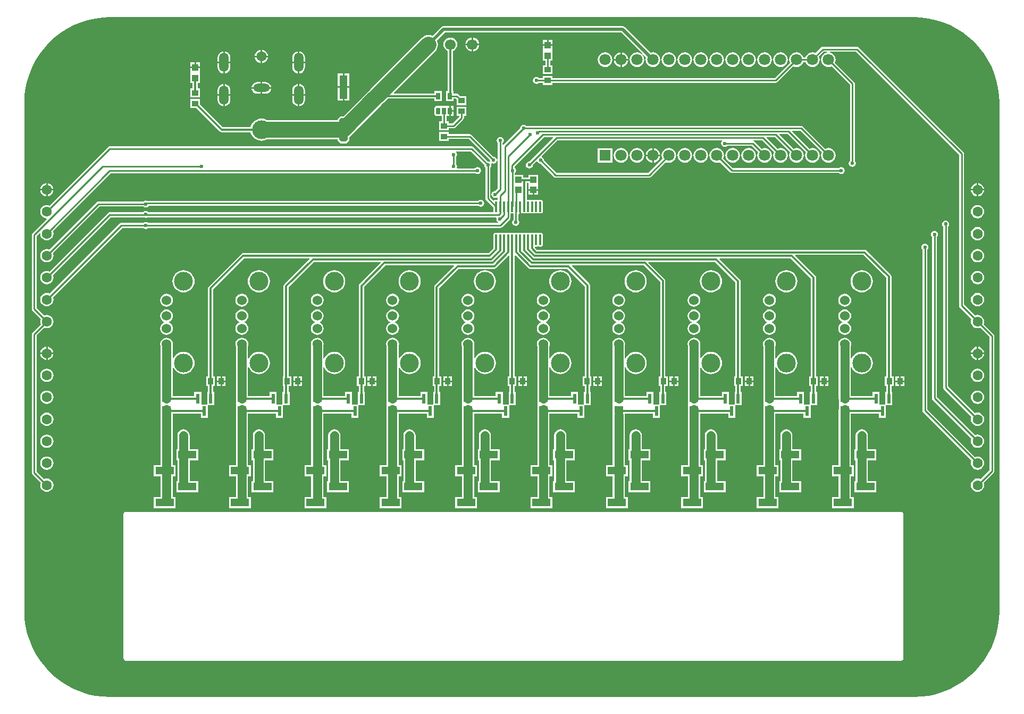
<source format=gtl>
G04*
G04 #@! TF.GenerationSoftware,Altium Limited,Altium NEXUS,2.1.5 (53)*
G04*
G04 Layer_Physical_Order=1*
G04 Layer_Color=255*
%FSLAX44Y44*%
%MOMM*%
G71*
G01*
G75*
%ADD13C,0.2540*%
%ADD15R,1.4000X1.2000*%
%ADD16R,2.9600X1.2700*%
%ADD17R,1.0000X0.9000*%
%ADD18R,0.9000X1.0000*%
G04:AMPARAMS|DCode=19|XSize=0.65mm|YSize=1.1mm|CornerRadius=0mm|HoleSize=0mm|Usage=FLASHONLY|Rotation=180.000|XOffset=0mm|YOffset=0mm|HoleType=Round|Shape=Octagon|*
%AMOCTAGOND19*
4,1,8,0.1625,-0.5500,-0.1625,-0.5500,-0.3250,-0.3875,-0.3250,0.3875,-0.1625,0.5500,0.1625,0.5500,0.3250,0.3875,0.3250,-0.3875,0.1625,-0.5500,0.0*
%
%ADD19OCTAGOND19*%

%ADD20R,0.6500X1.1000*%
%ADD21R,0.6100X1.6100*%
G04:AMPARAMS|DCode=22|XSize=3.8mm|YSize=1.3mm|CornerRadius=0mm|HoleSize=0mm|Usage=FLASHONLY|Rotation=90.000|XOffset=0mm|YOffset=0mm|HoleType=Round|Shape=Octagon|*
%AMOCTAGOND22*
4,1,8,0.3250,1.9000,-0.3250,1.9000,-0.6500,1.5750,-0.6500,-1.5750,-0.3250,-1.9000,0.3250,-1.9000,0.6500,-1.5750,0.6500,1.5750,0.3250,1.9000,0.0*
%
%ADD22OCTAGOND22*%

%ADD23R,1.3000X3.8000*%
G04:AMPARAMS|DCode=24|XSize=1.64mm|YSize=0.41mm|CornerRadius=0.0513mm|HoleSize=0mm|Usage=FLASHONLY|Rotation=90.000|XOffset=0mm|YOffset=0mm|HoleType=Round|Shape=RoundedRectangle|*
%AMROUNDEDRECTD24*
21,1,1.6400,0.3075,0,0,90.0*
21,1,1.5375,0.4100,0,0,90.0*
1,1,0.1025,0.1538,0.7688*
1,1,0.1025,0.1538,-0.7688*
1,1,0.1025,-0.1538,-0.7688*
1,1,0.1025,-0.1538,0.7688*
%
%ADD24ROUNDEDRECTD24*%
%ADD25R,1.0000X1.0000*%
%ADD26R,1.0000X1.1000*%
%ADD47C,0.3000*%
%ADD48C,1.4000*%
%ADD49C,2.5000*%
%ADD50C,0.5000*%
%ADD51C,1.5240*%
%ADD52C,3.0000*%
%ADD53C,1.7000*%
%ADD54R,1.7000X1.7000*%
%ADD55O,2.6160X1.3080*%
%ADD56O,1.5080X3.0160*%
%ADD57C,1.6000*%
%ADD58C,1.8000*%
%ADD59R,1.8000X1.8000*%
%ADD60C,0.6000*%
G36*
X1431887Y1234418D02*
X1443683Y1232865D01*
X1455300Y1230290D01*
X1466647Y1226712D01*
X1477640Y1222159D01*
X1488194Y1216665D01*
X1498228Y1210272D01*
X1507668Y1203029D01*
X1516440Y1194991D01*
X1524479Y1186218D01*
X1531722Y1176779D01*
X1538115Y1166744D01*
X1543609Y1156190D01*
X1548162Y1145197D01*
X1551740Y1133850D01*
X1554315Y1122234D01*
X1555868Y1110437D01*
X1556391Y1098471D01*
Y288629D01*
X1555868Y276663D01*
X1554315Y264867D01*
X1551740Y253251D01*
X1548162Y241903D01*
X1543609Y230911D01*
X1538115Y220357D01*
X1531722Y210322D01*
X1524479Y200882D01*
X1516440Y192110D01*
X1507668Y184072D01*
X1498229Y176828D01*
X1488194Y170435D01*
X1477640Y164941D01*
X1466647Y160388D01*
X1455300Y156810D01*
X1443683Y154235D01*
X1431887Y152682D01*
X1419921Y152160D01*
X140079Y152159D01*
X128113Y152682D01*
X116317Y154235D01*
X104700Y156810D01*
X93353Y160388D01*
X82360Y164941D01*
X71806Y170435D01*
X61772Y176828D01*
X52332Y184071D01*
X43560Y192110D01*
X35521Y200882D01*
X28278Y210321D01*
X21885Y220357D01*
X16391Y230911D01*
X11838Y241903D01*
X8260Y253250D01*
X5685Y264867D01*
X4132Y276663D01*
X3609Y288629D01*
X3609Y1098471D01*
X4132Y1110437D01*
X5685Y1122233D01*
X8260Y1133850D01*
X11838Y1145197D01*
X16391Y1156190D01*
X21885Y1166744D01*
X28278Y1176778D01*
X35521Y1186218D01*
X43559Y1194990D01*
X52332Y1203029D01*
X61771Y1210272D01*
X71806Y1216665D01*
X82360Y1222159D01*
X93353Y1226712D01*
X104700Y1230290D01*
X116317Y1232865D01*
X128113Y1234418D01*
X140079Y1234941D01*
X1419921D01*
X1431887Y1234418D01*
D02*
G37*
%LPC*%
G36*
X718260Y1202228D02*
Y1192530D01*
X727958D01*
X727746Y1194142D01*
X726633Y1196828D01*
X724864Y1199134D01*
X722558Y1200903D01*
X719872Y1202016D01*
X718260Y1202228D01*
D02*
G37*
G36*
X715720D02*
X714108Y1202016D01*
X711422Y1200903D01*
X709116Y1199134D01*
X707347Y1196828D01*
X706234Y1194142D01*
X706022Y1192530D01*
X715720D01*
Y1202228D01*
D02*
G37*
G36*
X844470Y1198520D02*
X838200D01*
Y1191750D01*
X844470D01*
Y1198520D01*
D02*
G37*
G36*
X835660D02*
X829390D01*
Y1191750D01*
X835660D01*
Y1198520D01*
D02*
G37*
G36*
X727958Y1189990D02*
X718260D01*
Y1180292D01*
X719872Y1180504D01*
X722558Y1181617D01*
X724864Y1183386D01*
X726633Y1185692D01*
X727746Y1188378D01*
X727958Y1189990D01*
D02*
G37*
G36*
X715720D02*
X706022D01*
X706234Y1188378D01*
X707347Y1185692D01*
X709116Y1183386D01*
X711422Y1181617D01*
X714108Y1180504D01*
X715720Y1180292D01*
Y1189990D01*
D02*
G37*
G36*
X956310Y1220529D02*
X671120D01*
X669154Y1220138D01*
X667486Y1219024D01*
X653368Y1204905D01*
X652773Y1205222D01*
X649938Y1206082D01*
X646990Y1206373D01*
X644042Y1206082D01*
X641207Y1205222D01*
X638594Y1203826D01*
X636735Y1202300D01*
X635950D01*
Y1201515D01*
X635343Y1200775D01*
X554534Y1119966D01*
X552672Y1117698D01*
X550404Y1115836D01*
X511477Y1076910D01*
X507290D01*
X502770Y1072390D01*
Y1070653D01*
X390253D01*
X387745Y1071993D01*
X384438Y1072996D01*
X381000Y1073335D01*
X377562Y1072996D01*
X374255Y1071993D01*
X371208Y1070365D01*
X368537Y1068173D01*
X366345Y1065502D01*
X364717Y1062455D01*
X363920Y1059829D01*
X319366D01*
X283130Y1096065D01*
Y1104320D01*
X268050D01*
Y1090240D01*
X277305D01*
X314747Y1052797D01*
X316084Y1051904D01*
X317660Y1051591D01*
X363920D01*
X364717Y1048965D01*
X366345Y1045918D01*
X368537Y1043247D01*
X371208Y1041056D01*
X374255Y1039427D01*
X377562Y1038424D01*
X381000Y1038085D01*
X384438Y1038424D01*
X387745Y1039427D01*
X389617Y1040427D01*
X502770D01*
Y1038350D01*
X507290Y1033830D01*
X516330D01*
X520850Y1038350D01*
Y1043333D01*
X522496Y1044684D01*
X524376Y1046974D01*
X524478Y1047166D01*
X571776Y1094464D01*
X573638Y1096732D01*
X575906Y1098594D01*
X582473Y1105161D01*
X656540D01*
Y1101240D01*
X668120D01*
Y1117320D01*
X656540D01*
Y1113399D01*
X592371D01*
X591885Y1114573D01*
X657533Y1180220D01*
X658030D01*
Y1180795D01*
X659556Y1182654D01*
X660952Y1185267D01*
X661812Y1188102D01*
X662103Y1191050D01*
Y1191260D01*
X661812Y1194208D01*
X660952Y1197043D01*
X660635Y1197638D01*
X673249Y1210251D01*
X954182D01*
X987706Y1176727D01*
X986867Y1175770D01*
X984990Y1177210D01*
X982182Y1178373D01*
X979170Y1178770D01*
X976158Y1178373D01*
X973350Y1177210D01*
X970940Y1175360D01*
X969090Y1172950D01*
X967927Y1170143D01*
X967531Y1167130D01*
X967927Y1164118D01*
X969090Y1161310D01*
X970940Y1158900D01*
X973350Y1157050D01*
X976158Y1155887D01*
X979170Y1155490D01*
X982182Y1155887D01*
X984990Y1157050D01*
X987400Y1158900D01*
X989250Y1161310D01*
X990413Y1164118D01*
X990809Y1167130D01*
X990413Y1170143D01*
X989250Y1172950D01*
X987810Y1174827D01*
X988767Y1175666D01*
X993609Y1170824D01*
X993327Y1170143D01*
X992930Y1167130D01*
X993327Y1164118D01*
X994490Y1161310D01*
X996340Y1158900D01*
X998750Y1157050D01*
X1001557Y1155887D01*
X1004570Y1155490D01*
X1007582Y1155887D01*
X1010390Y1157050D01*
X1012800Y1158900D01*
X1014650Y1161310D01*
X1015813Y1164118D01*
X1016209Y1167130D01*
X1015813Y1170143D01*
X1014650Y1172950D01*
X1012800Y1175360D01*
X1010390Y1177210D01*
X1007582Y1178373D01*
X1004570Y1178770D01*
X1001557Y1178373D01*
X1000876Y1178091D01*
X959944Y1219024D01*
X958277Y1220138D01*
X956310Y1220529D01*
D02*
G37*
G36*
X382270Y1182674D02*
Y1173480D01*
X391464D01*
X391269Y1174961D01*
X390207Y1177525D01*
X388517Y1179727D01*
X386315Y1181417D01*
X383751Y1182479D01*
X382270Y1182674D01*
D02*
G37*
G36*
X379730D02*
X378248Y1182479D01*
X375685Y1181417D01*
X373483Y1179727D01*
X371793Y1177525D01*
X370731Y1174961D01*
X370536Y1173480D01*
X379730D01*
Y1182674D01*
D02*
G37*
G36*
X955040Y1178602D02*
Y1168400D01*
X965242D01*
X965013Y1170143D01*
X963850Y1172950D01*
X962000Y1175360D01*
X959590Y1177210D01*
X956783Y1178373D01*
X955040Y1178602D01*
D02*
G37*
G36*
X952500D02*
X950758Y1178373D01*
X947950Y1177210D01*
X945540Y1175360D01*
X943690Y1172950D01*
X942527Y1170143D01*
X942298Y1168400D01*
X952500D01*
Y1178602D01*
D02*
G37*
G36*
X441770Y1180250D02*
Y1163980D01*
X450667D01*
Y1170250D01*
X450321Y1172881D01*
X449305Y1175333D01*
X447689Y1177439D01*
X445583Y1179055D01*
X443131Y1180070D01*
X441770Y1180250D01*
D02*
G37*
G36*
X322770D02*
Y1163980D01*
X331667D01*
Y1170250D01*
X331320Y1172881D01*
X330305Y1175333D01*
X328689Y1177439D01*
X326584Y1179055D01*
X324131Y1180070D01*
X322770Y1180250D01*
D02*
G37*
G36*
X320230D02*
X318869Y1180070D01*
X316416Y1179055D01*
X314311Y1177439D01*
X312695Y1175333D01*
X311679Y1172881D01*
X311333Y1170250D01*
Y1163980D01*
X320230D01*
Y1180250D01*
D02*
G37*
G36*
X439230D02*
X437869Y1180070D01*
X435416Y1179055D01*
X433311Y1177439D01*
X431695Y1175333D01*
X430680Y1172881D01*
X430333Y1170250D01*
Y1163980D01*
X439230D01*
Y1180250D01*
D02*
G37*
G36*
X391464Y1170940D02*
X382270D01*
Y1161746D01*
X383751Y1161941D01*
X386315Y1163003D01*
X388517Y1164693D01*
X390207Y1166895D01*
X391269Y1169458D01*
X391464Y1170940D01*
D02*
G37*
G36*
X379730D02*
X370536D01*
X370731Y1169458D01*
X371793Y1166895D01*
X373483Y1164693D01*
X375685Y1163003D01*
X378248Y1161941D01*
X379730Y1161746D01*
Y1170940D01*
D02*
G37*
G36*
X283130Y1162960D02*
X276860D01*
Y1156190D01*
X283130D01*
Y1162960D01*
D02*
G37*
G36*
X274320D02*
X268050D01*
Y1156190D01*
X274320D01*
Y1162960D01*
D02*
G37*
G36*
X965242Y1165860D02*
X955040D01*
Y1155658D01*
X956783Y1155887D01*
X959590Y1157050D01*
X962000Y1158900D01*
X963850Y1161310D01*
X965013Y1164118D01*
X965242Y1165860D01*
D02*
G37*
G36*
X952500D02*
X942298D01*
X942527Y1164118D01*
X943690Y1161310D01*
X945540Y1158900D01*
X947950Y1157050D01*
X950758Y1155887D01*
X952500Y1155658D01*
Y1165860D01*
D02*
G37*
G36*
X1207770Y1178770D02*
X1204758Y1178373D01*
X1201950Y1177210D01*
X1199540Y1175360D01*
X1197690Y1172950D01*
X1196527Y1170143D01*
X1196130Y1167130D01*
X1196527Y1164118D01*
X1197690Y1161310D01*
X1199540Y1158900D01*
X1201950Y1157050D01*
X1204758Y1155887D01*
X1207770Y1155490D01*
X1210782Y1155887D01*
X1213590Y1157050D01*
X1216000Y1158900D01*
X1217850Y1161310D01*
X1219013Y1164118D01*
X1219410Y1167130D01*
X1219013Y1170143D01*
X1217850Y1172950D01*
X1216000Y1175360D01*
X1213590Y1177210D01*
X1210782Y1178373D01*
X1207770Y1178770D01*
D02*
G37*
G36*
X1182370D02*
X1179358Y1178373D01*
X1176550Y1177210D01*
X1174140Y1175360D01*
X1172290Y1172950D01*
X1171127Y1170143D01*
X1170730Y1167130D01*
X1171127Y1164118D01*
X1172290Y1161310D01*
X1174140Y1158900D01*
X1176550Y1157050D01*
X1179358Y1155887D01*
X1182370Y1155490D01*
X1185383Y1155887D01*
X1188190Y1157050D01*
X1190600Y1158900D01*
X1192450Y1161310D01*
X1193613Y1164118D01*
X1194010Y1167130D01*
X1193613Y1170143D01*
X1192450Y1172950D01*
X1190600Y1175360D01*
X1188190Y1177210D01*
X1185383Y1178373D01*
X1182370Y1178770D01*
D02*
G37*
G36*
X1156970D02*
X1153958Y1178373D01*
X1151150Y1177210D01*
X1148740Y1175360D01*
X1146890Y1172950D01*
X1145727Y1170143D01*
X1145331Y1167130D01*
X1145727Y1164118D01*
X1146890Y1161310D01*
X1148740Y1158900D01*
X1151150Y1157050D01*
X1153958Y1155887D01*
X1156970Y1155490D01*
X1159983Y1155887D01*
X1162790Y1157050D01*
X1165200Y1158900D01*
X1167050Y1161310D01*
X1168213Y1164118D01*
X1168610Y1167130D01*
X1168213Y1170143D01*
X1167050Y1172950D01*
X1165200Y1175360D01*
X1162790Y1177210D01*
X1159983Y1178373D01*
X1156970Y1178770D01*
D02*
G37*
G36*
X1131570D02*
X1128558Y1178373D01*
X1125750Y1177210D01*
X1123340Y1175360D01*
X1121490Y1172950D01*
X1120327Y1170143D01*
X1119930Y1167130D01*
X1120327Y1164118D01*
X1121490Y1161310D01*
X1123340Y1158900D01*
X1125750Y1157050D01*
X1128558Y1155887D01*
X1131570Y1155490D01*
X1134583Y1155887D01*
X1137390Y1157050D01*
X1139800Y1158900D01*
X1141650Y1161310D01*
X1142813Y1164118D01*
X1143210Y1167130D01*
X1142813Y1170143D01*
X1141650Y1172950D01*
X1139800Y1175360D01*
X1137390Y1177210D01*
X1134583Y1178373D01*
X1131570Y1178770D01*
D02*
G37*
G36*
X1106170D02*
X1103158Y1178373D01*
X1100350Y1177210D01*
X1097940Y1175360D01*
X1096090Y1172950D01*
X1094927Y1170143D01*
X1094530Y1167130D01*
X1094927Y1164118D01*
X1096090Y1161310D01*
X1097940Y1158900D01*
X1100350Y1157050D01*
X1103158Y1155887D01*
X1106170Y1155490D01*
X1109183Y1155887D01*
X1111990Y1157050D01*
X1114400Y1158900D01*
X1116250Y1161310D01*
X1117413Y1164118D01*
X1117810Y1167130D01*
X1117413Y1170143D01*
X1116250Y1172950D01*
X1114400Y1175360D01*
X1111990Y1177210D01*
X1109183Y1178373D01*
X1106170Y1178770D01*
D02*
G37*
G36*
X1080770D02*
X1077757Y1178373D01*
X1074950Y1177210D01*
X1072540Y1175360D01*
X1070690Y1172950D01*
X1069527Y1170143D01*
X1069130Y1167130D01*
X1069527Y1164118D01*
X1070690Y1161310D01*
X1072540Y1158900D01*
X1074950Y1157050D01*
X1077757Y1155887D01*
X1080770Y1155490D01*
X1083783Y1155887D01*
X1086590Y1157050D01*
X1089000Y1158900D01*
X1090850Y1161310D01*
X1092013Y1164118D01*
X1092410Y1167130D01*
X1092013Y1170143D01*
X1090850Y1172950D01*
X1089000Y1175360D01*
X1086590Y1177210D01*
X1083783Y1178373D01*
X1080770Y1178770D01*
D02*
G37*
G36*
X1055370D02*
X1052357Y1178373D01*
X1049550Y1177210D01*
X1047140Y1175360D01*
X1045290Y1172950D01*
X1044127Y1170143D01*
X1043730Y1167130D01*
X1044127Y1164118D01*
X1045290Y1161310D01*
X1047140Y1158900D01*
X1049550Y1157050D01*
X1052357Y1155887D01*
X1055370Y1155490D01*
X1058382Y1155887D01*
X1061190Y1157050D01*
X1063600Y1158900D01*
X1065450Y1161310D01*
X1066613Y1164118D01*
X1067010Y1167130D01*
X1066613Y1170143D01*
X1065450Y1172950D01*
X1063600Y1175360D01*
X1061190Y1177210D01*
X1058382Y1178373D01*
X1055370Y1178770D01*
D02*
G37*
G36*
X1029970D02*
X1026957Y1178373D01*
X1024150Y1177210D01*
X1021740Y1175360D01*
X1019890Y1172950D01*
X1018727Y1170143D01*
X1018330Y1167130D01*
X1018727Y1164118D01*
X1019890Y1161310D01*
X1021740Y1158900D01*
X1024150Y1157050D01*
X1026957Y1155887D01*
X1029970Y1155490D01*
X1032982Y1155887D01*
X1035790Y1157050D01*
X1038200Y1158900D01*
X1040050Y1161310D01*
X1041213Y1164118D01*
X1041609Y1167130D01*
X1041213Y1170143D01*
X1040050Y1172950D01*
X1038200Y1175360D01*
X1035790Y1177210D01*
X1032982Y1178373D01*
X1029970Y1178770D01*
D02*
G37*
G36*
X928370D02*
X925358Y1178373D01*
X922550Y1177210D01*
X920140Y1175360D01*
X918290Y1172950D01*
X917127Y1170143D01*
X916730Y1167130D01*
X917127Y1164118D01*
X918290Y1161310D01*
X920140Y1158900D01*
X922550Y1157050D01*
X925358Y1155887D01*
X928370Y1155490D01*
X931383Y1155887D01*
X934190Y1157050D01*
X936600Y1158900D01*
X938450Y1161310D01*
X939613Y1164118D01*
X940010Y1167130D01*
X939613Y1170143D01*
X938450Y1172950D01*
X936600Y1175360D01*
X934190Y1177210D01*
X931383Y1178373D01*
X928370Y1178770D01*
D02*
G37*
G36*
X450667Y1161440D02*
X441770D01*
Y1145170D01*
X443131Y1145349D01*
X445583Y1146365D01*
X447689Y1147981D01*
X449305Y1150087D01*
X450321Y1152539D01*
X450667Y1155170D01*
Y1161440D01*
D02*
G37*
G36*
X331667D02*
X322770D01*
Y1145170D01*
X324131Y1145349D01*
X326584Y1146365D01*
X328689Y1147981D01*
X330305Y1150087D01*
X331320Y1152539D01*
X331667Y1155170D01*
Y1161440D01*
D02*
G37*
G36*
X320230D02*
X311333D01*
Y1155170D01*
X311679Y1152539D01*
X312695Y1150087D01*
X314311Y1147981D01*
X316416Y1146365D01*
X318869Y1145349D01*
X320230Y1145170D01*
Y1161440D01*
D02*
G37*
G36*
X439230D02*
X430333D01*
Y1155170D01*
X430680Y1152539D01*
X431695Y1150087D01*
X433311Y1147981D01*
X435416Y1146365D01*
X437869Y1145349D01*
X439230Y1145170D01*
Y1161440D01*
D02*
G37*
G36*
X844470Y1189210D02*
X836930D01*
X829390D01*
Y1182790D01*
X829390Y1182440D01*
Y1181520D01*
X829390Y1181170D01*
Y1165440D01*
X833045D01*
Y1158150D01*
X829390D01*
Y1144070D01*
X844470D01*
Y1158150D01*
X840815D01*
Y1165440D01*
X844470D01*
Y1181170D01*
X844470Y1181520D01*
Y1182440D01*
X844470Y1182790D01*
Y1189210D01*
D02*
G37*
G36*
X520850Y1144910D02*
X513080D01*
Y1124640D01*
X520850D01*
Y1144910D01*
D02*
G37*
G36*
X510540D02*
X502770D01*
Y1124640D01*
X510540D01*
Y1144910D01*
D02*
G37*
G36*
X387540Y1131368D02*
X382270D01*
Y1123480D01*
X396531D01*
X396386Y1124580D01*
X395471Y1126789D01*
X394016Y1128686D01*
X392119Y1130141D01*
X389910Y1131056D01*
X387540Y1131368D01*
D02*
G37*
G36*
X379730D02*
X374460D01*
X372090Y1131056D01*
X369881Y1130141D01*
X367984Y1128686D01*
X366529Y1126789D01*
X365614Y1124580D01*
X365469Y1123480D01*
X379730D01*
Y1131368D01*
D02*
G37*
G36*
X396531Y1120940D02*
X382270D01*
Y1113052D01*
X387540D01*
X389910Y1113364D01*
X392119Y1114279D01*
X394016Y1115734D01*
X395471Y1117631D01*
X396386Y1119840D01*
X396531Y1120940D01*
D02*
G37*
G36*
X379730D02*
X365469D01*
X365614Y1119840D01*
X366529Y1117631D01*
X367984Y1115734D01*
X369881Y1114279D01*
X372090Y1113364D01*
X374460Y1113052D01*
X379730D01*
Y1120940D01*
D02*
G37*
G36*
X441770Y1128250D02*
Y1111980D01*
X450667D01*
Y1118250D01*
X450321Y1120881D01*
X449305Y1123334D01*
X447689Y1125439D01*
X445583Y1127055D01*
X443131Y1128071D01*
X441770Y1128250D01*
D02*
G37*
G36*
X322770D02*
Y1111980D01*
X331667D01*
Y1118250D01*
X331320Y1120881D01*
X330305Y1123334D01*
X328689Y1125439D01*
X326584Y1127055D01*
X324131Y1128071D01*
X322770Y1128250D01*
D02*
G37*
G36*
X320230D02*
X318869Y1128071D01*
X316416Y1127055D01*
X314311Y1125439D01*
X312695Y1123334D01*
X311679Y1120881D01*
X311333Y1118250D01*
Y1111980D01*
X320230D01*
Y1128250D01*
D02*
G37*
G36*
X439230D02*
X437869Y1128071D01*
X435416Y1127055D01*
X433311Y1125439D01*
X431695Y1123334D01*
X430680Y1120881D01*
X430333Y1118250D01*
Y1111980D01*
X439230D01*
Y1128250D01*
D02*
G37*
G36*
X283130Y1153650D02*
X275590D01*
X268050D01*
Y1147230D01*
X268050Y1146880D01*
Y1145960D01*
X268050Y1145610D01*
Y1129880D01*
X271471D01*
Y1121320D01*
X268050D01*
Y1107240D01*
X283130D01*
Y1121320D01*
X279709D01*
Y1129880D01*
X283130D01*
Y1145610D01*
X283130Y1145960D01*
Y1146880D01*
X283130Y1147230D01*
Y1153650D01*
D02*
G37*
G36*
X520850Y1122100D02*
X513080D01*
Y1101830D01*
X520850D01*
Y1122100D01*
D02*
G37*
G36*
X510540D02*
X502770D01*
Y1101830D01*
X510540D01*
Y1122100D01*
D02*
G37*
G36*
X681990Y1202395D02*
X679108Y1202016D01*
X676422Y1200903D01*
X674116Y1199134D01*
X672347Y1196828D01*
X671234Y1194142D01*
X670855Y1191260D01*
X671234Y1188378D01*
X672347Y1185692D01*
X674116Y1183386D01*
X676422Y1181617D01*
X677541Y1181153D01*
Y1117320D01*
X675540D01*
Y1101240D01*
X687120D01*
Y1105395D01*
X690351D01*
X692230Y1103516D01*
Y1094930D01*
X707310D01*
Y1109010D01*
X697724D01*
X694707Y1112027D01*
X693447Y1112869D01*
X691960Y1113165D01*
X687120D01*
Y1117320D01*
X685779D01*
Y1180880D01*
X687558Y1181617D01*
X689864Y1183386D01*
X691633Y1185692D01*
X692746Y1188378D01*
X693125Y1191260D01*
X692746Y1194142D01*
X691633Y1196828D01*
X689864Y1199134D01*
X687558Y1200903D01*
X684872Y1202016D01*
X681990Y1202395D01*
D02*
G37*
G36*
X450667Y1109440D02*
X441770D01*
Y1093170D01*
X443131Y1093350D01*
X445583Y1094365D01*
X447689Y1095981D01*
X449305Y1098086D01*
X450321Y1100539D01*
X450667Y1103170D01*
Y1109440D01*
D02*
G37*
G36*
X331667D02*
X322770D01*
Y1093170D01*
X324131Y1093350D01*
X326584Y1094365D01*
X328689Y1095981D01*
X330305Y1098086D01*
X331320Y1100539D01*
X331667Y1103170D01*
Y1109440D01*
D02*
G37*
G36*
X439230D02*
X430333D01*
Y1103170D01*
X430680Y1100539D01*
X431695Y1098086D01*
X433311Y1095981D01*
X435416Y1094365D01*
X437869Y1093350D01*
X439230Y1093170D01*
Y1109440D01*
D02*
G37*
G36*
X320230D02*
X311333D01*
Y1103170D01*
X311679Y1100539D01*
X312695Y1098086D01*
X314311Y1095981D01*
X316416Y1094365D01*
X318869Y1093350D01*
X320230Y1093170D01*
Y1109440D01*
D02*
G37*
G36*
X687120Y1093320D02*
X682600D01*
Y1086550D01*
X687120D01*
Y1093320D01*
D02*
G37*
G36*
Y1084010D02*
X682600D01*
Y1077240D01*
X687120D01*
Y1084010D01*
D02*
G37*
G36*
X666040Y1093320D02*
X664770Y1093320D01*
X659435D01*
X656540Y1090425D01*
Y1080135D01*
X659435Y1077240D01*
X664770D01*
X666040Y1077240D01*
X666040Y1077240D01*
X667945D01*
Y1068760D01*
X664290D01*
Y1054680D01*
X679370D01*
Y1057835D01*
X687070D01*
X688557Y1058131D01*
X689817Y1058973D01*
X702517Y1071673D01*
X703359Y1072933D01*
X703655Y1074420D01*
Y1077930D01*
X707310D01*
Y1092010D01*
X692230D01*
Y1077930D01*
X695885D01*
Y1076029D01*
X685461Y1065605D01*
X679370D01*
Y1068760D01*
X675715D01*
Y1077240D01*
X680060D01*
Y1085280D01*
Y1093320D01*
X666040D01*
X666040Y1093320D01*
D02*
G37*
G36*
X1005840Y1026202D02*
Y1016000D01*
X1016042D01*
X1015813Y1017742D01*
X1014650Y1020550D01*
X1012800Y1022960D01*
X1010390Y1024810D01*
X1007582Y1025973D01*
X1005840Y1026202D01*
D02*
G37*
G36*
X1003300D02*
X1001557Y1025973D01*
X998750Y1024810D01*
X996340Y1022960D01*
X994490Y1020550D01*
X993327Y1017742D01*
X993098Y1016000D01*
X1003300D01*
Y1026202D01*
D02*
G37*
G36*
X1016042Y1013460D02*
X1005840D01*
Y1003258D01*
X1007582Y1003487D01*
X1010390Y1004650D01*
X1012800Y1006500D01*
X1014650Y1008910D01*
X1015813Y1011718D01*
X1016042Y1013460D01*
D02*
G37*
G36*
X1003300D02*
X993098D01*
X993327Y1011718D01*
X994490Y1008910D01*
X996340Y1006500D01*
X998750Y1004650D01*
X1001557Y1003487D01*
X1003300Y1003258D01*
Y1013460D01*
D02*
G37*
G36*
X939910Y1026270D02*
X916830D01*
Y1003190D01*
X939910D01*
Y1026270D01*
D02*
G37*
G36*
X798830Y1063559D02*
X796668Y1063129D01*
X794836Y1061904D01*
X793611Y1060072D01*
X793182Y1057910D01*
X793207Y1057781D01*
X766520Y1031093D01*
X765409Y1031441D01*
X765250Y1031562D01*
Y1034158D01*
X765359Y1034231D01*
X766584Y1036063D01*
X767013Y1038225D01*
X766584Y1040387D01*
X765359Y1042219D01*
X763527Y1043444D01*
X761365Y1043874D01*
X759203Y1043444D01*
X757371Y1042219D01*
X756146Y1040387D01*
X755716Y1038225D01*
X756146Y1036063D01*
X757371Y1034231D01*
X757480Y1034158D01*
Y962364D01*
X753239Y958123D01*
X753110Y958148D01*
X750948Y957719D01*
X749116Y956494D01*
X747891Y954662D01*
X747461Y952500D01*
X747891Y950338D01*
X749116Y948506D01*
X750948Y947281D01*
X753110Y946852D01*
X755272Y947281D01*
X756210Y947909D01*
X757480Y947230D01*
Y944691D01*
X756553Y943930D01*
X753477D01*
X752287Y943693D01*
X751277Y943018D01*
X750679Y942959D01*
X745565Y948074D01*
Y995423D01*
X745674Y995496D01*
X746899Y997328D01*
X747328Y999490D01*
X746963Y1001330D01*
X747801Y1002079D01*
X747992Y1002170D01*
X748408Y1001891D01*
X750570Y1001461D01*
X752732Y1001891D01*
X754564Y1003116D01*
X755789Y1004948D01*
X756218Y1007110D01*
X755789Y1009272D01*
X754564Y1011104D01*
X752732Y1012329D01*
X750570Y1012758D01*
X750441Y1012733D01*
X715707Y1047467D01*
X714447Y1048309D01*
X712960Y1048605D01*
X679370D01*
Y1051760D01*
X664290D01*
Y1037680D01*
X679370D01*
Y1040835D01*
X711351D01*
X744947Y1007239D01*
X744921Y1007110D01*
X745287Y1005270D01*
X744449Y1004521D01*
X744258Y1004430D01*
X743842Y1004709D01*
X741680Y1005138D01*
X741551Y1005113D01*
X718877Y1027787D01*
X717617Y1028629D01*
X716130Y1028925D01*
X139370D01*
X137883Y1028629D01*
X136623Y1027787D01*
X43552Y934716D01*
X42122Y935309D01*
X39370Y935671D01*
X36618Y935309D01*
X34055Y934247D01*
X31853Y932557D01*
X30163Y930356D01*
X29101Y927792D01*
X28739Y925040D01*
X29101Y922289D01*
X30163Y919725D01*
X31853Y917523D01*
X34055Y915833D01*
X36618Y914771D01*
X38547Y914517D01*
X39003Y913176D01*
X16303Y890477D01*
X15461Y889217D01*
X15165Y887730D01*
Y770360D01*
X15461Y768873D01*
X16303Y767613D01*
X29694Y754222D01*
X29101Y752792D01*
X28739Y750040D01*
X29101Y747289D01*
X29694Y745858D01*
X16303Y732467D01*
X15461Y731207D01*
X15165Y729720D01*
Y509860D01*
X15461Y508373D01*
X16303Y507113D01*
X29694Y493722D01*
X29101Y492291D01*
X28739Y489540D01*
X29101Y486788D01*
X30163Y484225D01*
X31853Y482023D01*
X34055Y480333D01*
X36618Y479271D01*
X39370Y478909D01*
X42122Y479271D01*
X44686Y480333D01*
X46887Y482023D01*
X48577Y484225D01*
X49639Y486788D01*
X50001Y489540D01*
X49639Y492291D01*
X48577Y494855D01*
X46887Y497057D01*
X44686Y498747D01*
X42122Y499809D01*
X39370Y500171D01*
X36618Y499809D01*
X35188Y499216D01*
X22935Y511469D01*
Y728111D01*
X35188Y740364D01*
X36618Y739771D01*
X39370Y739409D01*
X42122Y739771D01*
X44686Y740833D01*
X46887Y742523D01*
X48577Y744725D01*
X49639Y747289D01*
X50001Y750040D01*
X49639Y752792D01*
X48577Y755356D01*
X46887Y757557D01*
X44686Y759247D01*
X42122Y760309D01*
X39370Y760671D01*
X36618Y760309D01*
X35188Y759716D01*
X22935Y771969D01*
Y886121D01*
X27628Y890814D01*
X28767Y890253D01*
X28739Y890040D01*
X29101Y887289D01*
X30163Y884725D01*
X31853Y882523D01*
X34055Y880833D01*
X36618Y879771D01*
X39370Y879409D01*
X42122Y879771D01*
X44686Y880833D01*
X46887Y882523D01*
X48577Y884725D01*
X49639Y887289D01*
X50001Y890040D01*
X49639Y892792D01*
X49046Y894222D01*
X140979Y986155D01*
X721850D01*
X723008Y985381D01*
X725170Y984951D01*
X727332Y985381D01*
X729164Y986606D01*
X730389Y988438D01*
X730818Y990600D01*
X730389Y992762D01*
X729164Y994594D01*
X727332Y995819D01*
X725170Y996248D01*
X723008Y995819D01*
X721176Y994594D01*
X720729Y993925D01*
X693123D01*
X692369Y995195D01*
X692719Y996950D01*
X692289Y999112D01*
X691064Y1000944D01*
X690955Y1001017D01*
Y1011933D01*
X691064Y1012006D01*
X692289Y1013838D01*
X692719Y1016000D01*
X692289Y1018162D01*
X691137Y1019885D01*
X691438Y1021155D01*
X714521D01*
X736057Y999619D01*
X736031Y999490D01*
X736461Y997328D01*
X737686Y995496D01*
X737795Y995423D01*
Y946465D01*
X738091Y944978D01*
X738933Y943718D01*
X750365Y932286D01*
Y925443D01*
X750415Y925195D01*
X749409Y923925D01*
X201392D01*
X200844Y924744D01*
X199012Y925969D01*
X196850Y926398D01*
X194688Y925969D01*
X192856Y924744D01*
X192308Y923925D01*
X139370D01*
X137883Y923629D01*
X136623Y922787D01*
X43552Y829716D01*
X42122Y830309D01*
X39370Y830671D01*
X36618Y830309D01*
X34055Y829247D01*
X31853Y827557D01*
X30163Y825355D01*
X29101Y822792D01*
X28739Y820040D01*
X29101Y817289D01*
X30163Y814725D01*
X31853Y812523D01*
X34055Y810833D01*
X36618Y809771D01*
X39370Y809409D01*
X42122Y809771D01*
X44686Y810833D01*
X46887Y812523D01*
X48577Y814725D01*
X49639Y817289D01*
X50001Y820040D01*
X49639Y822792D01*
X49046Y824222D01*
X140979Y916155D01*
X193755D01*
X194688Y915531D01*
X196850Y915101D01*
X199012Y915531D01*
X199945Y916155D01*
X754942D01*
X755695Y914885D01*
X755346Y913130D01*
X755776Y910968D01*
X757001Y909136D01*
X758118Y908389D01*
X757733Y907119D01*
X200612D01*
X199012Y908189D01*
X196850Y908618D01*
X194688Y908189D01*
X193088Y907119D01*
X157565D01*
X156078Y906824D01*
X154818Y905982D01*
X43552Y794716D01*
X42122Y795309D01*
X39370Y795671D01*
X36618Y795309D01*
X34055Y794247D01*
X31853Y792557D01*
X30163Y790355D01*
X29101Y787792D01*
X28739Y785040D01*
X29101Y782289D01*
X30163Y779725D01*
X31853Y777523D01*
X34055Y775833D01*
X36618Y774771D01*
X39370Y774409D01*
X42122Y774771D01*
X44686Y775833D01*
X46887Y777523D01*
X48577Y779725D01*
X49639Y782289D01*
X50001Y785040D01*
X49639Y787792D01*
X49046Y789222D01*
X159174Y899350D01*
X192606D01*
X192856Y898976D01*
X194688Y897751D01*
X196850Y897321D01*
X199012Y897751D01*
X200844Y898976D01*
X201094Y899350D01*
X761735D01*
X763222Y899646D01*
X764482Y900488D01*
X776812Y912817D01*
X777654Y914078D01*
X777950Y915564D01*
Y921569D01*
X778877Y922330D01*
X781953D01*
X782563Y921829D01*
Y912329D01*
X782136Y912044D01*
X780911Y910212D01*
X780481Y908050D01*
X780911Y905888D01*
X782136Y904056D01*
X783968Y902831D01*
X786130Y902402D01*
X788292Y902831D01*
X790124Y904056D01*
X791349Y905888D01*
X791778Y908050D01*
X791349Y910212D01*
X790332Y911733D01*
Y921283D01*
X791578Y922330D01*
X791845D01*
Y933130D01*
X794385D01*
Y922330D01*
X794652D01*
X795844Y922567D01*
X796290Y922866D01*
X796737Y922567D01*
X797927Y922330D01*
X801003D01*
X802194Y922567D01*
X802640Y922866D01*
X803086Y922567D01*
X804277Y922330D01*
X807353D01*
X808543Y922567D01*
X808990Y922866D01*
X809436Y922567D01*
X810628Y922330D01*
X813702D01*
X814893Y922567D01*
X815340Y922866D01*
X815787Y922567D01*
X816977Y922330D01*
X820052D01*
X821244Y922567D01*
X821690Y922866D01*
X822137Y922567D01*
X823327Y922330D01*
X826403D01*
X827594Y922567D01*
X828603Y923242D01*
X829278Y924251D01*
X829515Y925443D01*
Y940817D01*
X829278Y942009D01*
X828603Y943018D01*
X827594Y943693D01*
X826403Y943930D01*
X823327D01*
X822137Y943693D01*
X821690Y943395D01*
X821244Y943693D01*
X820052Y943930D01*
X816977D01*
X815787Y943693D01*
X815340Y943395D01*
X814893Y943693D01*
X813702Y943930D01*
X810628D01*
X809436Y943693D01*
X808990Y943395D01*
X808543Y943693D01*
X807353Y943930D01*
X804277D01*
X803584Y944499D01*
Y971241D01*
X806530D01*
Y968550D01*
X806530Y968200D01*
Y967280D01*
X806530Y966930D01*
Y961010D01*
X814070D01*
X821610D01*
Y966930D01*
X821610Y967280D01*
Y968200D01*
X821610Y968550D01*
Y983280D01*
X806530D01*
Y979479D01*
X802182D01*
X801776Y979398D01*
X801370Y979479D01*
X797480D01*
Y983280D01*
X784617D01*
Y986321D01*
X785044Y986606D01*
X786269Y988438D01*
X786699Y990600D01*
X786269Y992762D01*
X785044Y994594D01*
X784300Y995092D01*
Y997246D01*
X830919Y1043865D01*
X844942D01*
X845428Y1042692D01*
X807849Y1005113D01*
X807720Y1005138D01*
X805558Y1004709D01*
X803726Y1003484D01*
X802501Y1001652D01*
X802072Y999490D01*
X802501Y997328D01*
X803726Y995496D01*
X805558Y994271D01*
X807720Y993841D01*
X809882Y994271D01*
X811714Y995496D01*
X812939Y997328D01*
X813369Y999490D01*
X813343Y999619D01*
X819062Y1005338D01*
X820044Y1005040D01*
X820356Y1004837D01*
X821506Y1003116D01*
X823338Y1001891D01*
X825500Y1001461D01*
X825629Y1001487D01*
X846883Y980233D01*
X848143Y979391D01*
X849630Y979095D01*
X998220D01*
X999707Y979391D01*
X1000967Y980233D01*
X1025022Y1004289D01*
X1026957Y1003487D01*
X1029970Y1003090D01*
X1032982Y1003487D01*
X1035790Y1004650D01*
X1038200Y1006500D01*
X1040050Y1008910D01*
X1041213Y1011718D01*
X1041609Y1014730D01*
X1041213Y1017742D01*
X1040050Y1020550D01*
X1038200Y1022960D01*
X1035790Y1024810D01*
X1032982Y1025973D01*
X1029970Y1026369D01*
X1026957Y1025973D01*
X1024150Y1024810D01*
X1021740Y1022960D01*
X1019890Y1020550D01*
X1018727Y1017742D01*
X1018330Y1014730D01*
X1018727Y1011718D01*
X1019529Y1009782D01*
X996611Y986865D01*
X851239D01*
X831123Y1006981D01*
X831149Y1007110D01*
X830719Y1009272D01*
X829494Y1011104D01*
X827774Y1012254D01*
X827570Y1012566D01*
X827272Y1013548D01*
X852509Y1038785D01*
X1114277D01*
X1114703Y1037515D01*
X1113651Y1035942D01*
X1113222Y1033780D01*
X1113651Y1031618D01*
X1114876Y1029786D01*
X1116708Y1028561D01*
X1118870Y1028131D01*
X1121032Y1028561D01*
X1122864Y1029786D01*
X1122937Y1029895D01*
X1161711D01*
X1171929Y1019678D01*
X1171127Y1017742D01*
X1170730Y1014730D01*
X1171127Y1011718D01*
X1172290Y1008910D01*
X1174140Y1006500D01*
X1176550Y1004650D01*
X1179358Y1003487D01*
X1182370Y1003090D01*
X1185383Y1003487D01*
X1188190Y1004650D01*
X1190600Y1006500D01*
X1192450Y1008910D01*
X1193613Y1011718D01*
X1194010Y1014730D01*
X1193613Y1017742D01*
X1192450Y1020550D01*
X1190600Y1022960D01*
X1188190Y1024810D01*
X1185383Y1025973D01*
X1182370Y1026369D01*
X1179358Y1025973D01*
X1177422Y1025171D01*
X1166067Y1036527D01*
X1164807Y1037369D01*
X1164071Y1037515D01*
X1164196Y1038785D01*
X1178221D01*
X1197329Y1019678D01*
X1196527Y1017742D01*
X1196130Y1014730D01*
X1196527Y1011718D01*
X1197690Y1008910D01*
X1199540Y1006500D01*
X1201950Y1004650D01*
X1204758Y1003487D01*
X1207770Y1003090D01*
X1210782Y1003487D01*
X1213590Y1004650D01*
X1216000Y1006500D01*
X1217850Y1008910D01*
X1219013Y1011718D01*
X1219410Y1014730D01*
X1219013Y1017742D01*
X1217850Y1020550D01*
X1216000Y1022960D01*
X1213590Y1024810D01*
X1210782Y1025973D01*
X1207770Y1026369D01*
X1204758Y1025973D01*
X1202822Y1025171D01*
X1185302Y1042692D01*
X1185788Y1043865D01*
X1198541D01*
X1222729Y1019678D01*
X1221927Y1017742D01*
X1221530Y1014730D01*
X1221927Y1011718D01*
X1223090Y1008910D01*
X1224940Y1006500D01*
X1227350Y1004650D01*
X1230157Y1003487D01*
X1233170Y1003090D01*
X1236182Y1003487D01*
X1238990Y1004650D01*
X1241400Y1006500D01*
X1243250Y1008910D01*
X1244413Y1011718D01*
X1244810Y1014730D01*
X1244413Y1017742D01*
X1243250Y1020550D01*
X1241400Y1022960D01*
X1238990Y1024810D01*
X1236182Y1025973D01*
X1233170Y1026369D01*
X1230157Y1025973D01*
X1228222Y1025171D01*
X1205622Y1047772D01*
X1206108Y1048945D01*
X1218861D01*
X1248129Y1019678D01*
X1247327Y1017742D01*
X1246930Y1014730D01*
X1247327Y1011718D01*
X1248490Y1008910D01*
X1250340Y1006500D01*
X1252750Y1004650D01*
X1255557Y1003487D01*
X1258570Y1003090D01*
X1261582Y1003487D01*
X1264390Y1004650D01*
X1266800Y1006500D01*
X1268650Y1008910D01*
X1269813Y1011718D01*
X1270210Y1014730D01*
X1269813Y1017742D01*
X1268650Y1020550D01*
X1266800Y1022960D01*
X1264390Y1024810D01*
X1261582Y1025973D01*
X1258570Y1026369D01*
X1255557Y1025973D01*
X1253622Y1025171D01*
X1225942Y1052852D01*
X1226428Y1054025D01*
X1239181D01*
X1273529Y1019678D01*
X1272727Y1017742D01*
X1272330Y1014730D01*
X1272727Y1011718D01*
X1273890Y1008910D01*
X1275740Y1006500D01*
X1278150Y1004650D01*
X1280957Y1003487D01*
X1283970Y1003090D01*
X1286983Y1003487D01*
X1289790Y1004650D01*
X1292200Y1006500D01*
X1294050Y1008910D01*
X1295213Y1011718D01*
X1295610Y1014730D01*
X1295213Y1017742D01*
X1294050Y1020550D01*
X1292200Y1022960D01*
X1289790Y1024810D01*
X1286983Y1025973D01*
X1283970Y1026369D01*
X1280957Y1025973D01*
X1279022Y1025171D01*
X1243537Y1060657D01*
X1242277Y1061499D01*
X1240790Y1061795D01*
X802897D01*
X802824Y1061904D01*
X800992Y1063129D01*
X798830Y1063559D01*
D02*
G37*
G36*
X1156970Y1026369D02*
X1153958Y1025973D01*
X1151150Y1024810D01*
X1148740Y1022960D01*
X1146890Y1020550D01*
X1145727Y1017742D01*
X1145331Y1014730D01*
X1145727Y1011718D01*
X1146890Y1008910D01*
X1148740Y1006500D01*
X1151150Y1004650D01*
X1153958Y1003487D01*
X1156970Y1003090D01*
X1159983Y1003487D01*
X1162790Y1004650D01*
X1165200Y1006500D01*
X1167050Y1008910D01*
X1168213Y1011718D01*
X1168610Y1014730D01*
X1168213Y1017742D01*
X1167050Y1020550D01*
X1165200Y1022960D01*
X1162790Y1024810D01*
X1159983Y1025973D01*
X1156970Y1026369D01*
D02*
G37*
G36*
X1131570D02*
X1128558Y1025973D01*
X1125750Y1024810D01*
X1123340Y1022960D01*
X1121490Y1020550D01*
X1120327Y1017742D01*
X1119930Y1014730D01*
X1120327Y1011718D01*
X1121490Y1008910D01*
X1123340Y1006500D01*
X1125750Y1004650D01*
X1128558Y1003487D01*
X1131570Y1003090D01*
X1134583Y1003487D01*
X1137390Y1004650D01*
X1139800Y1006500D01*
X1141650Y1008910D01*
X1142813Y1011718D01*
X1143210Y1014730D01*
X1142813Y1017742D01*
X1141650Y1020550D01*
X1139800Y1022960D01*
X1137390Y1024810D01*
X1134583Y1025973D01*
X1131570Y1026369D01*
D02*
G37*
G36*
X1080770D02*
X1077757Y1025973D01*
X1074950Y1024810D01*
X1072540Y1022960D01*
X1070690Y1020550D01*
X1069527Y1017742D01*
X1069130Y1014730D01*
X1069527Y1011718D01*
X1070690Y1008910D01*
X1072540Y1006500D01*
X1074950Y1004650D01*
X1077757Y1003487D01*
X1080770Y1003090D01*
X1083783Y1003487D01*
X1086590Y1004650D01*
X1089000Y1006500D01*
X1090850Y1008910D01*
X1092013Y1011718D01*
X1092410Y1014730D01*
X1092013Y1017742D01*
X1090850Y1020550D01*
X1089000Y1022960D01*
X1086590Y1024810D01*
X1083783Y1025973D01*
X1080770Y1026369D01*
D02*
G37*
G36*
X1055370D02*
X1052357Y1025973D01*
X1049550Y1024810D01*
X1047140Y1022960D01*
X1045290Y1020550D01*
X1044127Y1017742D01*
X1043730Y1014730D01*
X1044127Y1011718D01*
X1045290Y1008910D01*
X1047140Y1006500D01*
X1049550Y1004650D01*
X1052357Y1003487D01*
X1055370Y1003090D01*
X1058382Y1003487D01*
X1061190Y1004650D01*
X1063600Y1006500D01*
X1065450Y1008910D01*
X1066613Y1011718D01*
X1067010Y1014730D01*
X1066613Y1017742D01*
X1065450Y1020550D01*
X1063600Y1022960D01*
X1061190Y1024810D01*
X1058382Y1025973D01*
X1055370Y1026369D01*
D02*
G37*
G36*
X979170D02*
X976158Y1025973D01*
X973350Y1024810D01*
X970940Y1022960D01*
X969090Y1020550D01*
X967927Y1017742D01*
X967531Y1014730D01*
X967927Y1011718D01*
X969090Y1008910D01*
X970940Y1006500D01*
X973350Y1004650D01*
X976158Y1003487D01*
X979170Y1003090D01*
X982182Y1003487D01*
X984990Y1004650D01*
X987400Y1006500D01*
X989250Y1008910D01*
X990413Y1011718D01*
X990809Y1014730D01*
X990413Y1017742D01*
X989250Y1020550D01*
X987400Y1022960D01*
X984990Y1024810D01*
X982182Y1025973D01*
X979170Y1026369D01*
D02*
G37*
G36*
X953770D02*
X950758Y1025973D01*
X947950Y1024810D01*
X945540Y1022960D01*
X943690Y1020550D01*
X942527Y1017742D01*
X942130Y1014730D01*
X942527Y1011718D01*
X943690Y1008910D01*
X945540Y1006500D01*
X947950Y1004650D01*
X950758Y1003487D01*
X953770Y1003090D01*
X956783Y1003487D01*
X959590Y1004650D01*
X962000Y1006500D01*
X963850Y1008910D01*
X965013Y1011718D01*
X965409Y1014730D01*
X965013Y1017742D01*
X963850Y1020550D01*
X962000Y1022960D01*
X959590Y1024810D01*
X956783Y1025973D01*
X953770Y1026369D01*
D02*
G37*
G36*
X1106170D02*
X1103158Y1025973D01*
X1100350Y1024810D01*
X1097940Y1022960D01*
X1096090Y1020550D01*
X1094927Y1017742D01*
X1094530Y1014730D01*
X1094927Y1011718D01*
X1096090Y1008910D01*
X1097940Y1006500D01*
X1100350Y1004650D01*
X1103158Y1003487D01*
X1106170Y1003090D01*
X1109183Y1003487D01*
X1111118Y1004289D01*
X1127553Y987853D01*
X1128813Y987011D01*
X1130300Y986715D01*
X1300223D01*
X1300296Y986606D01*
X1302128Y985381D01*
X1304290Y984951D01*
X1306452Y985381D01*
X1308284Y986606D01*
X1309509Y988438D01*
X1309939Y990600D01*
X1309509Y992762D01*
X1308284Y994594D01*
X1306452Y995819D01*
X1304290Y996248D01*
X1302128Y995819D01*
X1300296Y994594D01*
X1300223Y994485D01*
X1131909D01*
X1116611Y1009782D01*
X1117413Y1011718D01*
X1117810Y1014730D01*
X1117413Y1017742D01*
X1116250Y1020550D01*
X1114400Y1022960D01*
X1111990Y1024810D01*
X1109183Y1025973D01*
X1106170Y1026369D01*
D02*
G37*
G36*
X1522730Y970504D02*
Y961310D01*
X1531924D01*
X1531729Y962792D01*
X1530667Y965355D01*
X1528977Y967557D01*
X1526776Y969247D01*
X1524211Y970309D01*
X1522730Y970504D01*
D02*
G37*
G36*
X40640D02*
Y961310D01*
X49834D01*
X49639Y962792D01*
X48577Y965355D01*
X46887Y967557D01*
X44686Y969247D01*
X42122Y970309D01*
X40640Y970504D01*
D02*
G37*
G36*
X1520190Y970504D02*
X1518708Y970309D01*
X1516145Y969247D01*
X1513943Y967557D01*
X1512253Y965355D01*
X1511191Y962792D01*
X1510996Y961310D01*
X1520190D01*
Y970504D01*
D02*
G37*
G36*
X38100D02*
X36618Y970309D01*
X34055Y969247D01*
X31853Y967557D01*
X30163Y965355D01*
X29101Y962792D01*
X28906Y961310D01*
X38100D01*
Y970504D01*
D02*
G37*
G36*
X821610Y958470D02*
X815340D01*
Y952200D01*
X821610D01*
Y958470D01*
D02*
G37*
G36*
X812800D02*
X806530D01*
Y952200D01*
X812800D01*
Y958470D01*
D02*
G37*
G36*
X1520190Y958770D02*
X1510996D01*
X1511191Y957289D01*
X1512253Y954725D01*
X1513943Y952523D01*
X1516145Y950833D01*
X1518708Y949771D01*
X1520190Y949576D01*
Y958770D01*
D02*
G37*
G36*
X38100D02*
X28906D01*
X29101Y957289D01*
X30163Y954725D01*
X31853Y952523D01*
X34055Y950833D01*
X36618Y949771D01*
X38100Y949576D01*
Y958770D01*
D02*
G37*
G36*
X49834D02*
X40640D01*
Y949576D01*
X42122Y949771D01*
X44686Y950833D01*
X46887Y952523D01*
X48577Y954725D01*
X49639Y957289D01*
X49834Y958770D01*
D02*
G37*
G36*
X1531924D02*
X1522730D01*
Y949576D01*
X1524211Y949771D01*
X1526776Y950833D01*
X1528977Y952523D01*
X1530667Y954725D01*
X1531729Y957289D01*
X1531924Y958770D01*
D02*
G37*
G36*
X730250Y944178D02*
X728088Y943749D01*
X726256Y942524D01*
X726183Y942415D01*
X199107D01*
X199012Y942479D01*
X196850Y942908D01*
X194688Y942479D01*
X192856Y941254D01*
X192783Y941145D01*
X121590D01*
X120103Y940849D01*
X118843Y940007D01*
X43552Y864716D01*
X42122Y865309D01*
X39370Y865671D01*
X36618Y865309D01*
X34055Y864247D01*
X31853Y862557D01*
X30163Y860356D01*
X29101Y857792D01*
X28739Y855040D01*
X29101Y852289D01*
X30163Y849725D01*
X31853Y847523D01*
X34055Y845833D01*
X36618Y844771D01*
X39370Y844409D01*
X42122Y844771D01*
X44686Y845833D01*
X46887Y847523D01*
X48577Y849725D01*
X49639Y852289D01*
X50001Y855040D01*
X49639Y857792D01*
X49046Y859222D01*
X123199Y933375D01*
X192783D01*
X192856Y933266D01*
X194688Y932041D01*
X196850Y931611D01*
X199012Y932041D01*
X200844Y933266D01*
X201766Y934645D01*
X726183D01*
X726256Y934536D01*
X728088Y933311D01*
X730250Y932881D01*
X732412Y933311D01*
X734244Y934536D01*
X735469Y936368D01*
X735899Y938530D01*
X735469Y940692D01*
X734244Y942524D01*
X732412Y943749D01*
X730250Y944178D01*
D02*
G37*
G36*
X1521460Y935671D02*
X1518708Y935309D01*
X1516145Y934247D01*
X1513943Y932557D01*
X1512253Y930356D01*
X1511191Y927792D01*
X1510829Y925040D01*
X1511191Y922289D01*
X1512253Y919725D01*
X1513943Y917523D01*
X1516145Y915833D01*
X1518708Y914771D01*
X1521460Y914409D01*
X1524211Y914771D01*
X1526776Y915833D01*
X1528977Y917523D01*
X1530667Y919725D01*
X1531729Y922289D01*
X1532091Y925040D01*
X1531729Y927792D01*
X1530667Y930356D01*
X1528977Y932557D01*
X1526776Y934247D01*
X1524211Y935309D01*
X1521460Y935671D01*
D02*
G37*
G36*
X826403Y891230D02*
X823327D01*
X822137Y890993D01*
X821690Y890695D01*
X821244Y890993D01*
X820052Y891230D01*
X816977D01*
X815787Y890993D01*
X815340Y890695D01*
X814893Y890993D01*
X813702Y891230D01*
X810628D01*
X809436Y890993D01*
X808990Y890695D01*
X808543Y890993D01*
X807353Y891230D01*
X804277D01*
X803086Y890993D01*
X802640Y890695D01*
X802194Y890993D01*
X801003Y891230D01*
X797927D01*
X796737Y890993D01*
X796290Y890695D01*
X795844Y890993D01*
X794652Y891230D01*
X791578D01*
X790387Y890993D01*
X789940Y890695D01*
X789493Y890993D01*
X788303Y891230D01*
X785228D01*
X784036Y890993D01*
X783590Y890695D01*
X783143Y890993D01*
X781953Y891230D01*
X778877D01*
X777686Y890993D01*
X777240Y890695D01*
X776794Y890993D01*
X775602Y891230D01*
X772527D01*
X771337Y890993D01*
X770890Y890695D01*
X770443Y890993D01*
X769252Y891230D01*
X766178D01*
X764986Y890993D01*
X764540Y890695D01*
X764093Y890993D01*
X762903Y891230D01*
X759827D01*
X758636Y890993D01*
X758190Y890695D01*
X757744Y890993D01*
X756553Y891230D01*
X753477D01*
X752287Y890993D01*
X751277Y890318D01*
X750602Y889308D01*
X750365Y888118D01*
Y872742D01*
X750602Y871552D01*
X750896Y871112D01*
Y866585D01*
X743250Y858939D01*
X351900D01*
X350324Y858626D01*
X348987Y857733D01*
X297337Y806083D01*
X296444Y804746D01*
X296131Y803170D01*
Y662540D01*
X293070D01*
Y647460D01*
X296131D01*
Y637760D01*
X294660D01*
Y617860D01*
X285340D01*
Y637760D01*
X274160D01*
Y631289D01*
X239622D01*
Y676749D01*
X240892Y677067D01*
X242346Y674348D01*
X244537Y671677D01*
X247208Y669485D01*
X250255Y667857D01*
X253561Y666854D01*
X257000Y666515D01*
X260438Y666854D01*
X263745Y667857D01*
X266792Y669485D01*
X269463Y671677D01*
X271654Y674348D01*
X273283Y677395D01*
X274286Y680702D01*
X274625Y684140D01*
X274286Y687579D01*
X273283Y690885D01*
X271654Y693932D01*
X269463Y696603D01*
X266792Y698794D01*
X263745Y700423D01*
X260438Y701426D01*
X257000Y701765D01*
X253561Y701426D01*
X250255Y700423D01*
X247208Y698794D01*
X244537Y696603D01*
X242346Y693932D01*
X240892Y691213D01*
X239622Y691531D01*
Y710821D01*
X239898Y711488D01*
X240248Y714140D01*
X239898Y716792D01*
X238875Y719264D01*
X237246Y721386D01*
X235124Y723015D01*
X232652Y724038D01*
X230000Y724388D01*
X227348Y724038D01*
X224876Y723015D01*
X222754Y721386D01*
X221125Y719264D01*
X220102Y716792D01*
X219752Y714140D01*
X220102Y711488D01*
X220378Y710821D01*
Y627100D01*
X220460Y626475D01*
Y619060D01*
X220460D01*
Y618140D01*
X220460D01*
Y610725D01*
X220378Y610100D01*
Y521590D01*
X209660D01*
Y503810D01*
X220378D01*
Y470790D01*
X209660D01*
Y453010D01*
X244340D01*
Y470790D01*
X239622D01*
Y503810D01*
X244340D01*
Y521590D01*
X239622D01*
Y603151D01*
X284410D01*
Y596680D01*
X295590D01*
Y616580D01*
X305840D01*
Y637760D01*
X304369D01*
Y647460D01*
X307150D01*
Y662540D01*
X304369D01*
Y801464D01*
X353606Y850701D01*
X457136D01*
X457622Y849528D01*
X417337Y809243D01*
X416444Y807906D01*
X416131Y806330D01*
Y662540D01*
X414990D01*
Y647460D01*
X416131D01*
Y637760D01*
X414660D01*
Y617860D01*
X405340D01*
Y637760D01*
X394160D01*
Y631289D01*
X359622D01*
Y676749D01*
X360892Y677067D01*
X362346Y674348D01*
X364537Y671677D01*
X367208Y669485D01*
X370255Y667857D01*
X373562Y666854D01*
X377000Y666515D01*
X380438Y666854D01*
X383745Y667857D01*
X386792Y669485D01*
X389463Y671677D01*
X391655Y674348D01*
X393283Y677395D01*
X394286Y680702D01*
X394625Y684140D01*
X394286Y687579D01*
X393283Y690885D01*
X391655Y693932D01*
X389463Y696603D01*
X386792Y698794D01*
X383745Y700423D01*
X380438Y701426D01*
X377000Y701765D01*
X373562Y701426D01*
X370255Y700423D01*
X367208Y698794D01*
X364537Y696603D01*
X362346Y693932D01*
X360892Y691213D01*
X359622Y691531D01*
Y710821D01*
X359898Y711488D01*
X360248Y714140D01*
X359898Y716792D01*
X358875Y719264D01*
X357246Y721386D01*
X355124Y723015D01*
X352652Y724038D01*
X350000Y724388D01*
X347348Y724038D01*
X344876Y723015D01*
X342754Y721386D01*
X341125Y719264D01*
X340102Y716792D01*
X339752Y714140D01*
X340102Y711488D01*
X340378Y710821D01*
Y627100D01*
X340460Y626475D01*
Y619060D01*
X340460D01*
Y618140D01*
X340460D01*
Y610725D01*
X340378Y610100D01*
Y521590D01*
X329660D01*
Y503810D01*
X340378D01*
Y470790D01*
X329660D01*
Y453010D01*
X364340D01*
Y470790D01*
X359622D01*
Y503810D01*
X364340D01*
Y521590D01*
X359622D01*
Y603151D01*
X404410D01*
Y596680D01*
X415590D01*
Y616580D01*
X425840D01*
Y637760D01*
X424369D01*
Y647460D01*
X429070D01*
Y662540D01*
X424369D01*
Y804624D01*
X464906Y845161D01*
X570976D01*
X571462Y843988D01*
X537337Y809863D01*
X536444Y808526D01*
X536131Y806950D01*
Y662540D01*
X533100D01*
Y647460D01*
X536131D01*
Y637760D01*
X534660D01*
Y617860D01*
X525340D01*
Y637760D01*
X514160D01*
Y631289D01*
X479622D01*
Y676749D01*
X480892Y677067D01*
X482346Y674348D01*
X484537Y671677D01*
X487208Y669485D01*
X490255Y667857D01*
X493562Y666854D01*
X497000Y666515D01*
X500438Y666854D01*
X503745Y667857D01*
X506792Y669485D01*
X509463Y671677D01*
X511655Y674348D01*
X513283Y677395D01*
X514286Y680702D01*
X514625Y684140D01*
X514286Y687579D01*
X513283Y690885D01*
X511655Y693932D01*
X509463Y696603D01*
X506792Y698794D01*
X503745Y700423D01*
X500438Y701426D01*
X497000Y701765D01*
X493562Y701426D01*
X490255Y700423D01*
X487208Y698794D01*
X484537Y696603D01*
X482346Y693932D01*
X480892Y691213D01*
X479622Y691531D01*
Y710821D01*
X479898Y711488D01*
X480248Y714140D01*
X479898Y716792D01*
X478875Y719264D01*
X477246Y721386D01*
X475124Y723015D01*
X472652Y724038D01*
X470000Y724388D01*
X467348Y724038D01*
X464876Y723015D01*
X462754Y721386D01*
X461125Y719264D01*
X460102Y716792D01*
X459752Y714140D01*
X460102Y711488D01*
X460378Y710821D01*
Y627100D01*
X460460Y626475D01*
Y619060D01*
X460460D01*
Y618140D01*
X460460D01*
Y610725D01*
X460378Y610100D01*
Y521590D01*
X449660D01*
Y503810D01*
X460378D01*
Y470790D01*
X449660D01*
Y453010D01*
X484340D01*
Y470790D01*
X479622D01*
Y503810D01*
X484340D01*
Y521590D01*
X479622D01*
Y603151D01*
X524410D01*
Y596680D01*
X535590D01*
Y616580D01*
X545840D01*
Y637760D01*
X544369D01*
Y647460D01*
X547180D01*
Y662540D01*
X544369D01*
Y805244D01*
X578746Y839621D01*
X687356D01*
X687842Y838447D01*
X657337Y807943D01*
X656444Y806606D01*
X656131Y805030D01*
Y662540D01*
X653750D01*
Y647460D01*
X656131D01*
Y637760D01*
X654660D01*
Y617860D01*
X645340D01*
Y637760D01*
X634160D01*
Y631289D01*
X599622D01*
Y676749D01*
X600892Y677067D01*
X602346Y674348D01*
X604537Y671677D01*
X607208Y669485D01*
X610255Y667857D01*
X613562Y666854D01*
X617000Y666515D01*
X620438Y666854D01*
X623745Y667857D01*
X626792Y669485D01*
X629463Y671677D01*
X631655Y674348D01*
X633283Y677395D01*
X634286Y680702D01*
X634625Y684140D01*
X634286Y687579D01*
X633283Y690885D01*
X631655Y693932D01*
X629463Y696603D01*
X626792Y698794D01*
X623745Y700423D01*
X620438Y701426D01*
X617000Y701765D01*
X613562Y701426D01*
X610255Y700423D01*
X607208Y698794D01*
X604537Y696603D01*
X602346Y693932D01*
X600892Y691213D01*
X599622Y691531D01*
Y710821D01*
X599898Y711488D01*
X600248Y714140D01*
X599898Y716792D01*
X598875Y719264D01*
X597246Y721386D01*
X595124Y723015D01*
X592652Y724038D01*
X590000Y724388D01*
X587348Y724038D01*
X584876Y723015D01*
X582754Y721386D01*
X581125Y719264D01*
X580102Y716792D01*
X579752Y714140D01*
X580102Y711488D01*
X580378Y710821D01*
Y627100D01*
X580460Y626475D01*
Y619060D01*
X580460D01*
Y618140D01*
X580460D01*
Y610725D01*
X580378Y610100D01*
Y521590D01*
X569660D01*
Y503810D01*
X580378D01*
Y470790D01*
X569660D01*
Y453010D01*
X604340D01*
Y470790D01*
X599622D01*
Y503810D01*
X604340D01*
Y521590D01*
X599622D01*
Y603151D01*
X644410D01*
Y596680D01*
X655590D01*
Y616580D01*
X665840D01*
Y637760D01*
X664369D01*
Y647460D01*
X667830D01*
Y662540D01*
X664369D01*
Y803324D01*
X695126Y834081D01*
X751840D01*
X753416Y834394D01*
X754753Y835287D01*
X775040Y855575D01*
X776213Y855089D01*
Y662540D01*
X773130D01*
Y647460D01*
X776213D01*
Y637760D01*
X774660D01*
Y617860D01*
X765340D01*
Y637760D01*
X754160D01*
Y631289D01*
X719622D01*
Y676749D01*
X720892Y677067D01*
X722346Y674348D01*
X724537Y671677D01*
X727208Y669485D01*
X730255Y667857D01*
X733562Y666854D01*
X737000Y666515D01*
X740438Y666854D01*
X743745Y667857D01*
X746792Y669485D01*
X749463Y671677D01*
X751655Y674348D01*
X753283Y677395D01*
X754286Y680702D01*
X754625Y684140D01*
X754286Y687579D01*
X753283Y690885D01*
X751655Y693932D01*
X749463Y696603D01*
X746792Y698794D01*
X743745Y700423D01*
X740438Y701426D01*
X737000Y701765D01*
X733562Y701426D01*
X730255Y700423D01*
X727208Y698794D01*
X724537Y696603D01*
X722346Y693932D01*
X720892Y691213D01*
X719622Y691531D01*
Y710821D01*
X719899Y711488D01*
X720248Y714140D01*
X719899Y716792D01*
X718875Y719264D01*
X717246Y721386D01*
X715124Y723015D01*
X712652Y724038D01*
X710000Y724388D01*
X707348Y724038D01*
X704876Y723015D01*
X702754Y721386D01*
X701125Y719264D01*
X700101Y716792D01*
X699752Y714140D01*
X700101Y711488D01*
X700378Y710821D01*
Y627100D01*
X700460Y626475D01*
Y619060D01*
X700460D01*
Y618140D01*
X700460D01*
Y610725D01*
X700378Y610100D01*
Y521590D01*
X689660D01*
Y503810D01*
X700378D01*
Y470790D01*
X689660D01*
Y453010D01*
X724340D01*
Y470790D01*
X719622D01*
Y503810D01*
X724340D01*
Y521590D01*
X719622D01*
Y603151D01*
X764410D01*
Y596680D01*
X775590D01*
Y616580D01*
X785840D01*
Y637760D01*
X784452D01*
Y647460D01*
X787210D01*
Y662540D01*
X784452D01*
Y855254D01*
X785625Y855740D01*
X806077Y835287D01*
X807414Y834394D01*
X808990Y834081D01*
X868244D01*
X896131Y806194D01*
Y662540D01*
X892510D01*
Y647460D01*
X896131D01*
Y637760D01*
X894660D01*
Y617860D01*
X885340D01*
Y637760D01*
X874160D01*
Y631289D01*
X839622D01*
Y676749D01*
X840892Y677067D01*
X842346Y674348D01*
X844537Y671677D01*
X847208Y669485D01*
X850255Y667857D01*
X853561Y666854D01*
X857000Y666515D01*
X860438Y666854D01*
X863745Y667857D01*
X866792Y669485D01*
X869463Y671677D01*
X871655Y674348D01*
X873283Y677395D01*
X874286Y680702D01*
X874625Y684140D01*
X874286Y687579D01*
X873283Y690885D01*
X871655Y693932D01*
X869463Y696603D01*
X866792Y698794D01*
X863745Y700423D01*
X860438Y701426D01*
X857000Y701765D01*
X853561Y701426D01*
X850255Y700423D01*
X847208Y698794D01*
X844537Y696603D01*
X842346Y693932D01*
X840892Y691213D01*
X839622Y691531D01*
Y710821D01*
X839899Y711488D01*
X840248Y714140D01*
X839899Y716792D01*
X838875Y719264D01*
X837246Y721386D01*
X835124Y723015D01*
X832652Y724038D01*
X830000Y724388D01*
X827348Y724038D01*
X824876Y723015D01*
X822754Y721386D01*
X821125Y719264D01*
X820101Y716792D01*
X819752Y714140D01*
X820101Y711488D01*
X820378Y710821D01*
Y627100D01*
X820460Y626475D01*
Y619060D01*
X820460D01*
Y618140D01*
X820460D01*
Y610725D01*
X820378Y610100D01*
Y521590D01*
X809660D01*
Y503810D01*
X820378D01*
Y470790D01*
X809660D01*
Y453010D01*
X844340D01*
Y470790D01*
X839622D01*
Y503810D01*
X844340D01*
Y521590D01*
X839622D01*
Y603151D01*
X884410D01*
Y596680D01*
X895590D01*
Y616580D01*
X905840D01*
Y637760D01*
X904369D01*
Y647460D01*
X906590D01*
Y662540D01*
X904369D01*
Y807900D01*
X904056Y809476D01*
X903163Y810813D01*
X875528Y838447D01*
X876014Y839621D01*
X989704D01*
X1016131Y813194D01*
Y662540D01*
X1014040D01*
Y647460D01*
X1016131D01*
Y637760D01*
X1014660D01*
Y617860D01*
X1005340D01*
Y637760D01*
X994160D01*
Y631289D01*
X959622D01*
Y676749D01*
X960892Y677067D01*
X962346Y674348D01*
X964537Y671677D01*
X967208Y669485D01*
X970255Y667857D01*
X973562Y666854D01*
X977000Y666515D01*
X980439Y666854D01*
X983745Y667857D01*
X986792Y669485D01*
X989463Y671677D01*
X991655Y674348D01*
X993283Y677395D01*
X994286Y680702D01*
X994625Y684140D01*
X994286Y687579D01*
X993283Y690885D01*
X991655Y693932D01*
X989463Y696603D01*
X986792Y698794D01*
X983745Y700423D01*
X980439Y701426D01*
X977000Y701765D01*
X973562Y701426D01*
X970255Y700423D01*
X967208Y698794D01*
X964537Y696603D01*
X962346Y693932D01*
X960892Y691213D01*
X959622Y691531D01*
Y710821D01*
X959899Y711488D01*
X960248Y714140D01*
X959899Y716792D01*
X958875Y719264D01*
X957246Y721386D01*
X955124Y723015D01*
X952652Y724038D01*
X950000Y724388D01*
X947348Y724038D01*
X944876Y723015D01*
X942754Y721386D01*
X941125Y719264D01*
X940101Y716792D01*
X939752Y714140D01*
X940101Y711488D01*
X940378Y710821D01*
Y627100D01*
X940460Y626475D01*
Y619410D01*
X940460Y619060D01*
X940460D01*
Y618140D01*
X940460D01*
Y601335D01*
X940378Y600710D01*
Y521590D01*
X929660D01*
Y503810D01*
X940378D01*
Y470790D01*
X929660D01*
Y453010D01*
X964340D01*
Y470790D01*
X959622D01*
Y503810D01*
X964340D01*
Y521590D01*
X959622D01*
Y600710D01*
X959540Y601335D01*
Y603151D01*
X1004410D01*
Y596680D01*
X1015590D01*
Y616580D01*
X1025840D01*
Y637760D01*
X1024369D01*
Y647460D01*
X1028120D01*
Y662540D01*
X1024369D01*
Y814900D01*
X1024056Y816476D01*
X1023163Y817813D01*
X996988Y843988D01*
X997474Y845161D01*
X1103334D01*
X1136131Y812364D01*
Y662540D01*
X1133810D01*
Y647460D01*
X1136131D01*
Y637760D01*
X1134660D01*
Y617860D01*
X1125340D01*
Y637760D01*
X1114160D01*
Y631289D01*
X1079622D01*
Y676749D01*
X1080892Y677067D01*
X1082346Y674348D01*
X1084537Y671677D01*
X1087208Y669485D01*
X1090255Y667857D01*
X1093561Y666854D01*
X1097000Y666515D01*
X1100438Y666854D01*
X1103745Y667857D01*
X1106792Y669485D01*
X1109463Y671677D01*
X1111655Y674348D01*
X1113283Y677395D01*
X1114286Y680702D01*
X1114625Y684140D01*
X1114286Y687579D01*
X1113283Y690885D01*
X1111655Y693932D01*
X1109463Y696603D01*
X1106792Y698794D01*
X1103745Y700423D01*
X1100438Y701426D01*
X1097000Y701765D01*
X1093561Y701426D01*
X1090255Y700423D01*
X1087208Y698794D01*
X1084537Y696603D01*
X1082346Y693932D01*
X1080892Y691213D01*
X1079622Y691531D01*
Y710821D01*
X1079899Y711488D01*
X1080248Y714140D01*
X1079899Y716792D01*
X1078875Y719264D01*
X1077246Y721386D01*
X1075124Y723015D01*
X1072652Y724038D01*
X1070000Y724388D01*
X1067348Y724038D01*
X1064876Y723015D01*
X1062754Y721386D01*
X1061125Y719264D01*
X1060101Y716792D01*
X1059752Y714140D01*
X1060101Y711488D01*
X1060378Y710821D01*
Y627100D01*
X1060460Y626475D01*
Y619060D01*
X1060460D01*
Y618140D01*
X1060460D01*
Y610725D01*
X1060378Y610100D01*
Y521590D01*
X1049660D01*
Y503810D01*
X1060378D01*
Y470790D01*
X1049660D01*
Y453010D01*
X1084340D01*
Y470790D01*
X1079622D01*
Y503810D01*
X1084340D01*
Y521590D01*
X1079622D01*
Y603151D01*
X1124410D01*
Y596680D01*
X1135590D01*
Y616580D01*
X1145840D01*
Y637760D01*
X1144369D01*
Y647460D01*
X1147890D01*
Y662540D01*
X1144369D01*
Y814070D01*
X1144056Y815646D01*
X1143163Y816983D01*
X1110618Y849528D01*
X1111104Y850701D01*
X1223734D01*
X1256131Y818304D01*
Y662540D01*
X1253190D01*
Y647460D01*
X1256131D01*
Y637760D01*
X1254660D01*
Y617860D01*
X1245340D01*
Y637760D01*
X1234160D01*
Y631289D01*
X1199622D01*
Y676749D01*
X1200892Y677067D01*
X1202346Y674348D01*
X1204537Y671677D01*
X1207208Y669485D01*
X1210255Y667857D01*
X1213562Y666854D01*
X1217000Y666515D01*
X1220439Y666854D01*
X1223745Y667857D01*
X1226792Y669485D01*
X1229463Y671677D01*
X1231655Y674348D01*
X1233283Y677395D01*
X1234286Y680702D01*
X1234625Y684140D01*
X1234286Y687579D01*
X1233283Y690885D01*
X1231655Y693932D01*
X1229463Y696603D01*
X1226792Y698794D01*
X1223745Y700423D01*
X1220439Y701426D01*
X1217000Y701765D01*
X1213562Y701426D01*
X1210255Y700423D01*
X1207208Y698794D01*
X1204537Y696603D01*
X1202346Y693932D01*
X1200892Y691213D01*
X1199622Y691531D01*
Y710821D01*
X1199899Y711488D01*
X1200248Y714140D01*
X1199899Y716792D01*
X1198875Y719264D01*
X1197246Y721386D01*
X1195124Y723015D01*
X1192652Y724038D01*
X1190000Y724388D01*
X1187348Y724038D01*
X1184876Y723015D01*
X1182754Y721386D01*
X1181125Y719264D01*
X1180101Y716792D01*
X1179752Y714140D01*
X1180101Y711488D01*
X1180378Y710821D01*
Y627100D01*
X1180460Y626475D01*
Y619060D01*
X1180460D01*
Y618140D01*
X1180460D01*
Y610725D01*
X1180378Y610100D01*
Y521590D01*
X1169660D01*
Y503810D01*
X1180378D01*
Y470790D01*
X1169660D01*
Y453010D01*
X1204340D01*
Y470790D01*
X1199622D01*
Y503810D01*
X1204340D01*
Y521590D01*
X1199622D01*
Y603151D01*
X1244410D01*
Y596680D01*
X1255590D01*
Y616580D01*
X1265840D01*
Y637760D01*
X1264369D01*
Y647460D01*
X1267270D01*
Y662540D01*
X1264369D01*
Y820010D01*
X1264056Y821586D01*
X1263163Y822923D01*
X1231018Y855068D01*
X1231504Y856241D01*
X1340114D01*
X1376131Y820224D01*
Y662540D01*
X1373840D01*
Y647460D01*
X1376131D01*
Y637760D01*
X1374660D01*
Y617860D01*
X1365340D01*
Y637760D01*
X1354160D01*
Y631289D01*
X1319622D01*
Y676749D01*
X1320892Y677067D01*
X1322345Y674348D01*
X1324537Y671677D01*
X1327208Y669485D01*
X1330255Y667857D01*
X1333562Y666854D01*
X1337000Y666515D01*
X1340438Y666854D01*
X1343745Y667857D01*
X1346792Y669485D01*
X1349463Y671677D01*
X1351655Y674348D01*
X1353283Y677395D01*
X1354286Y680702D01*
X1354625Y684140D01*
X1354286Y687579D01*
X1353283Y690885D01*
X1351655Y693932D01*
X1349463Y696603D01*
X1346792Y698794D01*
X1343745Y700423D01*
X1340438Y701426D01*
X1337000Y701765D01*
X1333562Y701426D01*
X1330255Y700423D01*
X1327208Y698794D01*
X1324537Y696603D01*
X1322345Y693932D01*
X1320892Y691213D01*
X1319622Y691531D01*
Y710821D01*
X1319899Y711488D01*
X1320248Y714140D01*
X1319899Y716792D01*
X1318875Y719264D01*
X1317246Y721386D01*
X1315124Y723015D01*
X1312652Y724038D01*
X1310000Y724388D01*
X1307348Y724038D01*
X1304876Y723015D01*
X1302754Y721386D01*
X1301125Y719264D01*
X1300101Y716792D01*
X1299752Y714140D01*
X1300101Y711488D01*
X1300378Y710821D01*
Y627100D01*
X1300460Y626475D01*
Y619060D01*
X1300460D01*
Y618140D01*
X1300460D01*
Y610725D01*
X1300378Y610100D01*
Y521590D01*
X1289660D01*
Y503810D01*
X1300378D01*
Y470790D01*
X1289660D01*
Y453010D01*
X1324340D01*
Y470790D01*
X1319622D01*
Y503810D01*
X1324340D01*
Y521590D01*
X1319622D01*
Y603151D01*
X1364410D01*
Y596680D01*
X1375590D01*
Y616580D01*
X1385840D01*
Y637760D01*
X1384369D01*
Y647460D01*
X1387920D01*
Y662540D01*
X1384369D01*
Y821930D01*
X1384056Y823506D01*
X1383163Y824843D01*
X1344733Y863273D01*
X1343396Y864166D01*
X1341820Y864479D01*
X819875D01*
X816464Y867890D01*
X816510Y869247D01*
X816977Y869630D01*
X820052D01*
X821244Y869867D01*
X821690Y870165D01*
X822137Y869867D01*
X823327Y869630D01*
X826403D01*
X827594Y869867D01*
X828603Y870542D01*
X829278Y871552D01*
X829515Y872742D01*
Y888118D01*
X829278Y889308D01*
X828603Y890318D01*
X827594Y890993D01*
X826403Y891230D01*
D02*
G37*
G36*
X1521460Y900671D02*
X1518708Y900309D01*
X1516145Y899247D01*
X1513943Y897557D01*
X1512253Y895356D01*
X1511191Y892792D01*
X1510829Y890040D01*
X1511191Y887289D01*
X1512253Y884725D01*
X1513943Y882523D01*
X1516145Y880833D01*
X1518708Y879771D01*
X1521460Y879409D01*
X1524211Y879771D01*
X1526776Y880833D01*
X1528977Y882523D01*
X1530667Y884725D01*
X1531729Y887289D01*
X1532091Y890040D01*
X1531729Y892792D01*
X1530667Y895356D01*
X1528977Y897557D01*
X1526776Y899247D01*
X1524211Y900309D01*
X1521460Y900671D01*
D02*
G37*
G36*
Y865671D02*
X1518708Y865309D01*
X1516145Y864247D01*
X1513943Y862557D01*
X1512253Y860356D01*
X1511191Y857792D01*
X1510829Y855040D01*
X1511191Y852289D01*
X1512253Y849725D01*
X1513943Y847523D01*
X1516145Y845833D01*
X1518708Y844771D01*
X1521460Y844409D01*
X1524211Y844771D01*
X1526776Y845833D01*
X1528977Y847523D01*
X1530667Y849725D01*
X1531729Y852289D01*
X1532091Y855040D01*
X1531729Y857792D01*
X1530667Y860356D01*
X1528977Y862557D01*
X1526776Y864247D01*
X1524211Y865309D01*
X1521460Y865671D01*
D02*
G37*
G36*
Y830671D02*
X1518708Y830309D01*
X1516145Y829247D01*
X1513943Y827557D01*
X1512253Y825355D01*
X1511191Y822792D01*
X1510829Y820040D01*
X1511191Y817289D01*
X1512253Y814725D01*
X1513943Y812523D01*
X1516145Y810833D01*
X1518708Y809771D01*
X1521460Y809409D01*
X1524211Y809771D01*
X1526776Y810833D01*
X1528977Y812523D01*
X1530667Y814725D01*
X1531729Y817289D01*
X1532091Y820040D01*
X1531729Y822792D01*
X1530667Y825355D01*
X1528977Y827557D01*
X1526776Y829247D01*
X1524211Y830309D01*
X1521460Y830671D01*
D02*
G37*
G36*
X1337000Y831765D02*
X1333562Y831426D01*
X1330255Y830423D01*
X1327208Y828794D01*
X1324537Y826603D01*
X1322345Y823932D01*
X1320717Y820885D01*
X1319714Y817579D01*
X1319375Y814140D01*
X1319714Y810702D01*
X1320717Y807395D01*
X1322345Y804348D01*
X1324537Y801677D01*
X1327208Y799485D01*
X1330255Y797857D01*
X1333562Y796854D01*
X1337000Y796515D01*
X1340438Y796854D01*
X1343745Y797857D01*
X1346792Y799485D01*
X1349463Y801677D01*
X1351655Y804348D01*
X1353283Y807395D01*
X1354286Y810702D01*
X1354625Y814140D01*
X1354286Y817579D01*
X1353283Y820885D01*
X1351655Y823932D01*
X1349463Y826603D01*
X1346792Y828794D01*
X1343745Y830423D01*
X1340438Y831426D01*
X1337000Y831765D01*
D02*
G37*
G36*
X1217000D02*
X1213562Y831426D01*
X1210255Y830423D01*
X1207208Y828794D01*
X1204537Y826603D01*
X1202346Y823932D01*
X1200717Y820885D01*
X1199714Y817579D01*
X1199375Y814140D01*
X1199714Y810702D01*
X1200717Y807395D01*
X1202346Y804348D01*
X1204537Y801677D01*
X1207208Y799485D01*
X1210255Y797857D01*
X1213562Y796854D01*
X1217000Y796515D01*
X1220439Y796854D01*
X1223745Y797857D01*
X1226792Y799485D01*
X1229463Y801677D01*
X1231655Y804348D01*
X1233283Y807395D01*
X1234286Y810702D01*
X1234625Y814140D01*
X1234286Y817579D01*
X1233283Y820885D01*
X1231655Y823932D01*
X1229463Y826603D01*
X1226792Y828794D01*
X1223745Y830423D01*
X1220439Y831426D01*
X1217000Y831765D01*
D02*
G37*
G36*
X1097000D02*
X1093561Y831426D01*
X1090255Y830423D01*
X1087208Y828794D01*
X1084537Y826603D01*
X1082346Y823932D01*
X1080717Y820885D01*
X1079714Y817579D01*
X1079375Y814140D01*
X1079714Y810702D01*
X1080717Y807395D01*
X1082346Y804348D01*
X1084537Y801677D01*
X1087208Y799485D01*
X1090255Y797857D01*
X1093561Y796854D01*
X1097000Y796515D01*
X1100438Y796854D01*
X1103745Y797857D01*
X1106792Y799485D01*
X1109463Y801677D01*
X1111655Y804348D01*
X1113283Y807395D01*
X1114286Y810702D01*
X1114625Y814140D01*
X1114286Y817579D01*
X1113283Y820885D01*
X1111655Y823932D01*
X1109463Y826603D01*
X1106792Y828794D01*
X1103745Y830423D01*
X1100438Y831426D01*
X1097000Y831765D01*
D02*
G37*
G36*
X977000D02*
X973562Y831426D01*
X970255Y830423D01*
X967208Y828794D01*
X964537Y826603D01*
X962346Y823932D01*
X960717Y820885D01*
X959714Y817579D01*
X959375Y814140D01*
X959714Y810702D01*
X960717Y807395D01*
X962346Y804348D01*
X964537Y801677D01*
X967208Y799485D01*
X970255Y797857D01*
X973562Y796854D01*
X977000Y796515D01*
X980439Y796854D01*
X983745Y797857D01*
X986792Y799485D01*
X989463Y801677D01*
X991655Y804348D01*
X993283Y807395D01*
X994286Y810702D01*
X994625Y814140D01*
X994286Y817579D01*
X993283Y820885D01*
X991655Y823932D01*
X989463Y826603D01*
X986792Y828794D01*
X983745Y830423D01*
X980439Y831426D01*
X977000Y831765D01*
D02*
G37*
G36*
X857000D02*
X853561Y831426D01*
X850255Y830423D01*
X847208Y828794D01*
X844537Y826603D01*
X842346Y823932D01*
X840717Y820885D01*
X839714Y817579D01*
X839375Y814140D01*
X839714Y810702D01*
X840717Y807395D01*
X842346Y804348D01*
X844537Y801677D01*
X847208Y799485D01*
X850255Y797857D01*
X853561Y796854D01*
X857000Y796515D01*
X860438Y796854D01*
X863745Y797857D01*
X866792Y799485D01*
X869463Y801677D01*
X871655Y804348D01*
X873283Y807395D01*
X874286Y810702D01*
X874625Y814140D01*
X874286Y817579D01*
X873283Y820885D01*
X871655Y823932D01*
X869463Y826603D01*
X866792Y828794D01*
X863745Y830423D01*
X860438Y831426D01*
X857000Y831765D01*
D02*
G37*
G36*
X737000D02*
X733562Y831426D01*
X730255Y830423D01*
X727208Y828794D01*
X724537Y826603D01*
X722346Y823932D01*
X720717Y820885D01*
X719714Y817579D01*
X719375Y814140D01*
X719714Y810702D01*
X720717Y807395D01*
X722346Y804348D01*
X724537Y801677D01*
X727208Y799485D01*
X730255Y797857D01*
X733562Y796854D01*
X737000Y796515D01*
X740438Y796854D01*
X743745Y797857D01*
X746792Y799485D01*
X749463Y801677D01*
X751655Y804348D01*
X753283Y807395D01*
X754286Y810702D01*
X754625Y814140D01*
X754286Y817579D01*
X753283Y820885D01*
X751655Y823932D01*
X749463Y826603D01*
X746792Y828794D01*
X743745Y830423D01*
X740438Y831426D01*
X737000Y831765D01*
D02*
G37*
G36*
X617000D02*
X613562Y831426D01*
X610255Y830423D01*
X607208Y828794D01*
X604537Y826603D01*
X602346Y823932D01*
X600717Y820885D01*
X599714Y817579D01*
X599375Y814140D01*
X599714Y810702D01*
X600717Y807395D01*
X602346Y804348D01*
X604537Y801677D01*
X607208Y799485D01*
X610255Y797857D01*
X613562Y796854D01*
X617000Y796515D01*
X620438Y796854D01*
X623745Y797857D01*
X626792Y799485D01*
X629463Y801677D01*
X631655Y804348D01*
X633283Y807395D01*
X634286Y810702D01*
X634625Y814140D01*
X634286Y817579D01*
X633283Y820885D01*
X631655Y823932D01*
X629463Y826603D01*
X626792Y828794D01*
X623745Y830423D01*
X620438Y831426D01*
X617000Y831765D01*
D02*
G37*
G36*
X497000D02*
X493562Y831426D01*
X490255Y830423D01*
X487208Y828794D01*
X484537Y826603D01*
X482346Y823932D01*
X480717Y820885D01*
X479714Y817579D01*
X479375Y814140D01*
X479714Y810702D01*
X480717Y807395D01*
X482346Y804348D01*
X484537Y801677D01*
X487208Y799485D01*
X490255Y797857D01*
X493562Y796854D01*
X497000Y796515D01*
X500438Y796854D01*
X503745Y797857D01*
X506792Y799485D01*
X509463Y801677D01*
X511655Y804348D01*
X513283Y807395D01*
X514286Y810702D01*
X514625Y814140D01*
X514286Y817579D01*
X513283Y820885D01*
X511655Y823932D01*
X509463Y826603D01*
X506792Y828794D01*
X503745Y830423D01*
X500438Y831426D01*
X497000Y831765D01*
D02*
G37*
G36*
X377000D02*
X373562Y831426D01*
X370255Y830423D01*
X367208Y828794D01*
X364537Y826603D01*
X362346Y823932D01*
X360717Y820885D01*
X359714Y817579D01*
X359375Y814140D01*
X359714Y810702D01*
X360717Y807395D01*
X362346Y804348D01*
X364537Y801677D01*
X367208Y799485D01*
X370255Y797857D01*
X373562Y796854D01*
X377000Y796515D01*
X380438Y796854D01*
X383745Y797857D01*
X386792Y799485D01*
X389463Y801677D01*
X391655Y804348D01*
X393283Y807395D01*
X394286Y810702D01*
X394625Y814140D01*
X394286Y817579D01*
X393283Y820885D01*
X391655Y823932D01*
X389463Y826603D01*
X386792Y828794D01*
X383745Y830423D01*
X380438Y831426D01*
X377000Y831765D01*
D02*
G37*
G36*
X257000D02*
X253561Y831426D01*
X250255Y830423D01*
X247208Y828794D01*
X244537Y826603D01*
X242346Y823932D01*
X240717Y820885D01*
X239714Y817579D01*
X239375Y814140D01*
X239714Y810702D01*
X240717Y807395D01*
X242346Y804348D01*
X244537Y801677D01*
X247208Y799485D01*
X250255Y797857D01*
X253561Y796854D01*
X257000Y796515D01*
X260438Y796854D01*
X263745Y797857D01*
X266792Y799485D01*
X269463Y801677D01*
X271654Y804348D01*
X273283Y807395D01*
X274286Y810702D01*
X274625Y814140D01*
X274286Y817579D01*
X273283Y820885D01*
X271654Y823932D01*
X269463Y826603D01*
X266792Y828794D01*
X263745Y830423D01*
X260438Y831426D01*
X257000Y831765D01*
D02*
G37*
G36*
X1521460Y795671D02*
X1518708Y795309D01*
X1516145Y794247D01*
X1513943Y792557D01*
X1512253Y790355D01*
X1511191Y787792D01*
X1510829Y785040D01*
X1511191Y782289D01*
X1512253Y779725D01*
X1513943Y777523D01*
X1516145Y775833D01*
X1518708Y774771D01*
X1521460Y774409D01*
X1524211Y774771D01*
X1526776Y775833D01*
X1528977Y777523D01*
X1530667Y779725D01*
X1531729Y782289D01*
X1532091Y785040D01*
X1531729Y787792D01*
X1530667Y790355D01*
X1528977Y792557D01*
X1526776Y794247D01*
X1524211Y795309D01*
X1521460Y795671D01*
D02*
G37*
G36*
X1310000Y794388D02*
X1307348Y794038D01*
X1304876Y793015D01*
X1302754Y791386D01*
X1301125Y789264D01*
X1300101Y786792D01*
X1299752Y784140D01*
X1300101Y781488D01*
X1301125Y779016D01*
X1302754Y776894D01*
X1304876Y775265D01*
X1307348Y774241D01*
X1310000Y773892D01*
X1312652Y774241D01*
X1315124Y775265D01*
X1317246Y776894D01*
X1318875Y779016D01*
X1319899Y781488D01*
X1320248Y784140D01*
X1319899Y786792D01*
X1318875Y789264D01*
X1317246Y791386D01*
X1315124Y793015D01*
X1312652Y794038D01*
X1310000Y794388D01*
D02*
G37*
G36*
X1190000D02*
X1187348Y794038D01*
X1184876Y793015D01*
X1182754Y791386D01*
X1181125Y789264D01*
X1180101Y786792D01*
X1179752Y784140D01*
X1180101Y781488D01*
X1181125Y779016D01*
X1182754Y776894D01*
X1184876Y775265D01*
X1187348Y774241D01*
X1190000Y773892D01*
X1192652Y774241D01*
X1195124Y775265D01*
X1197246Y776894D01*
X1198875Y779016D01*
X1199899Y781488D01*
X1200248Y784140D01*
X1199899Y786792D01*
X1198875Y789264D01*
X1197246Y791386D01*
X1195124Y793015D01*
X1192652Y794038D01*
X1190000Y794388D01*
D02*
G37*
G36*
X1070000D02*
X1067348Y794038D01*
X1064876Y793015D01*
X1062754Y791386D01*
X1061125Y789264D01*
X1060101Y786792D01*
X1059752Y784140D01*
X1060101Y781488D01*
X1061125Y779016D01*
X1062754Y776894D01*
X1064876Y775265D01*
X1067348Y774241D01*
X1070000Y773892D01*
X1072652Y774241D01*
X1075124Y775265D01*
X1077246Y776894D01*
X1078875Y779016D01*
X1079899Y781488D01*
X1080248Y784140D01*
X1079899Y786792D01*
X1078875Y789264D01*
X1077246Y791386D01*
X1075124Y793015D01*
X1072652Y794038D01*
X1070000Y794388D01*
D02*
G37*
G36*
X950000D02*
X947348Y794038D01*
X944876Y793015D01*
X942754Y791386D01*
X941125Y789264D01*
X940101Y786792D01*
X939752Y784140D01*
X940101Y781488D01*
X941125Y779016D01*
X942754Y776894D01*
X944876Y775265D01*
X947348Y774241D01*
X950000Y773892D01*
X952652Y774241D01*
X955124Y775265D01*
X957246Y776894D01*
X958875Y779016D01*
X959899Y781488D01*
X960248Y784140D01*
X959899Y786792D01*
X958875Y789264D01*
X957246Y791386D01*
X955124Y793015D01*
X952652Y794038D01*
X950000Y794388D01*
D02*
G37*
G36*
X830000D02*
X827348Y794038D01*
X824876Y793015D01*
X822754Y791386D01*
X821125Y789264D01*
X820101Y786792D01*
X819752Y784140D01*
X820101Y781488D01*
X821125Y779016D01*
X822754Y776894D01*
X824876Y775265D01*
X827348Y774241D01*
X830000Y773892D01*
X832652Y774241D01*
X835124Y775265D01*
X837246Y776894D01*
X838875Y779016D01*
X839899Y781488D01*
X840248Y784140D01*
X839899Y786792D01*
X838875Y789264D01*
X837246Y791386D01*
X835124Y793015D01*
X832652Y794038D01*
X830000Y794388D01*
D02*
G37*
G36*
X710000D02*
X707348Y794038D01*
X704876Y793015D01*
X702754Y791386D01*
X701125Y789264D01*
X700101Y786792D01*
X699752Y784140D01*
X700101Y781488D01*
X701125Y779016D01*
X702754Y776894D01*
X704876Y775265D01*
X707348Y774241D01*
X710000Y773892D01*
X712652Y774241D01*
X715124Y775265D01*
X717246Y776894D01*
X718875Y779016D01*
X719899Y781488D01*
X720248Y784140D01*
X719899Y786792D01*
X718875Y789264D01*
X717246Y791386D01*
X715124Y793015D01*
X712652Y794038D01*
X710000Y794388D01*
D02*
G37*
G36*
X590000D02*
X587348Y794038D01*
X584876Y793015D01*
X582754Y791386D01*
X581125Y789264D01*
X580102Y786792D01*
X579752Y784140D01*
X580102Y781488D01*
X581125Y779016D01*
X582754Y776894D01*
X584876Y775265D01*
X587348Y774241D01*
X590000Y773892D01*
X592652Y774241D01*
X595124Y775265D01*
X597246Y776894D01*
X598875Y779016D01*
X599898Y781488D01*
X600248Y784140D01*
X599898Y786792D01*
X598875Y789264D01*
X597246Y791386D01*
X595124Y793015D01*
X592652Y794038D01*
X590000Y794388D01*
D02*
G37*
G36*
X470000D02*
X467348Y794038D01*
X464876Y793015D01*
X462754Y791386D01*
X461125Y789264D01*
X460102Y786792D01*
X459752Y784140D01*
X460102Y781488D01*
X461125Y779016D01*
X462754Y776894D01*
X464876Y775265D01*
X467348Y774241D01*
X470000Y773892D01*
X472652Y774241D01*
X475124Y775265D01*
X477246Y776894D01*
X478875Y779016D01*
X479898Y781488D01*
X480248Y784140D01*
X479898Y786792D01*
X478875Y789264D01*
X477246Y791386D01*
X475124Y793015D01*
X472652Y794038D01*
X470000Y794388D01*
D02*
G37*
G36*
X350000D02*
X347348Y794038D01*
X344876Y793015D01*
X342754Y791386D01*
X341125Y789264D01*
X340102Y786792D01*
X339752Y784140D01*
X340102Y781488D01*
X341125Y779016D01*
X342754Y776894D01*
X344876Y775265D01*
X347348Y774241D01*
X350000Y773892D01*
X352652Y774241D01*
X355124Y775265D01*
X357246Y776894D01*
X358875Y779016D01*
X359898Y781488D01*
X360248Y784140D01*
X359898Y786792D01*
X358875Y789264D01*
X357246Y791386D01*
X355124Y793015D01*
X352652Y794038D01*
X350000Y794388D01*
D02*
G37*
G36*
X230000D02*
X227348Y794038D01*
X224876Y793015D01*
X222754Y791386D01*
X221125Y789264D01*
X220102Y786792D01*
X219752Y784140D01*
X220102Y781488D01*
X221125Y779016D01*
X222754Y776894D01*
X224876Y775265D01*
X227348Y774241D01*
X230000Y773892D01*
X232652Y774241D01*
X235124Y775265D01*
X237246Y776894D01*
X238875Y779016D01*
X239898Y781488D01*
X240248Y784140D01*
X239898Y786792D01*
X238875Y789264D01*
X237246Y791386D01*
X235124Y793015D01*
X232652Y794038D01*
X230000Y794388D01*
D02*
G37*
G36*
X1310000Y769388D02*
X1307348Y769038D01*
X1304876Y768015D01*
X1302754Y766386D01*
X1301125Y764264D01*
X1300101Y761792D01*
X1299752Y759140D01*
X1300101Y756488D01*
X1301125Y754016D01*
X1302754Y751894D01*
X1304876Y750265D01*
X1305933Y749827D01*
Y748453D01*
X1304876Y748015D01*
X1302754Y746386D01*
X1301125Y744264D01*
X1300101Y741792D01*
X1299752Y739140D01*
X1300101Y736488D01*
X1301125Y734016D01*
X1302754Y731894D01*
X1304876Y730265D01*
X1307348Y729241D01*
X1310000Y728892D01*
X1312652Y729241D01*
X1315124Y730265D01*
X1317246Y731894D01*
X1318875Y734016D01*
X1319899Y736488D01*
X1320248Y739140D01*
X1319899Y741792D01*
X1318875Y744264D01*
X1317246Y746386D01*
X1315124Y748015D01*
X1314067Y748453D01*
Y749827D01*
X1315124Y750265D01*
X1317246Y751894D01*
X1318875Y754016D01*
X1319899Y756488D01*
X1320248Y759140D01*
X1319899Y761792D01*
X1318875Y764264D01*
X1317246Y766386D01*
X1315124Y768015D01*
X1312652Y769038D01*
X1310000Y769388D01*
D02*
G37*
G36*
X1190000D02*
X1187348Y769038D01*
X1184876Y768015D01*
X1182754Y766386D01*
X1181125Y764264D01*
X1180101Y761792D01*
X1179752Y759140D01*
X1180101Y756488D01*
X1181125Y754016D01*
X1182754Y751894D01*
X1184876Y750265D01*
X1185933Y749827D01*
Y748453D01*
X1184876Y748015D01*
X1182754Y746386D01*
X1181125Y744264D01*
X1180101Y741792D01*
X1179752Y739140D01*
X1180101Y736488D01*
X1181125Y734016D01*
X1182754Y731894D01*
X1184876Y730265D01*
X1187348Y729241D01*
X1190000Y728892D01*
X1192652Y729241D01*
X1195124Y730265D01*
X1197246Y731894D01*
X1198875Y734016D01*
X1199899Y736488D01*
X1200248Y739140D01*
X1199899Y741792D01*
X1198875Y744264D01*
X1197246Y746386D01*
X1195124Y748015D01*
X1194067Y748453D01*
Y749827D01*
X1195124Y750265D01*
X1197246Y751894D01*
X1198875Y754016D01*
X1199899Y756488D01*
X1200248Y759140D01*
X1199899Y761792D01*
X1198875Y764264D01*
X1197246Y766386D01*
X1195124Y768015D01*
X1192652Y769038D01*
X1190000Y769388D01*
D02*
G37*
G36*
X1070000D02*
X1067348Y769038D01*
X1064876Y768015D01*
X1062754Y766386D01*
X1061125Y764264D01*
X1060101Y761792D01*
X1059752Y759140D01*
X1060101Y756488D01*
X1061125Y754016D01*
X1062754Y751894D01*
X1064876Y750265D01*
X1065933Y749827D01*
Y748453D01*
X1064876Y748015D01*
X1062754Y746386D01*
X1061125Y744264D01*
X1060101Y741792D01*
X1059752Y739140D01*
X1060101Y736488D01*
X1061125Y734016D01*
X1062754Y731894D01*
X1064876Y730265D01*
X1067348Y729241D01*
X1070000Y728892D01*
X1072652Y729241D01*
X1075124Y730265D01*
X1077246Y731894D01*
X1078875Y734016D01*
X1079899Y736488D01*
X1080248Y739140D01*
X1079899Y741792D01*
X1078875Y744264D01*
X1077246Y746386D01*
X1075124Y748015D01*
X1074067Y748453D01*
Y749827D01*
X1075124Y750265D01*
X1077246Y751894D01*
X1078875Y754016D01*
X1079899Y756488D01*
X1080248Y759140D01*
X1079899Y761792D01*
X1078875Y764264D01*
X1077246Y766386D01*
X1075124Y768015D01*
X1072652Y769038D01*
X1070000Y769388D01*
D02*
G37*
G36*
X950000D02*
X947348Y769038D01*
X944876Y768015D01*
X942754Y766386D01*
X941125Y764264D01*
X940101Y761792D01*
X939752Y759140D01*
X940101Y756488D01*
X941125Y754016D01*
X942754Y751894D01*
X944876Y750265D01*
X945933Y749827D01*
Y748453D01*
X944876Y748015D01*
X942754Y746386D01*
X941125Y744264D01*
X940101Y741792D01*
X939752Y739140D01*
X940101Y736488D01*
X941125Y734016D01*
X942754Y731894D01*
X944876Y730265D01*
X947348Y729241D01*
X950000Y728892D01*
X952652Y729241D01*
X955124Y730265D01*
X957246Y731894D01*
X958875Y734016D01*
X959899Y736488D01*
X960248Y739140D01*
X959899Y741792D01*
X958875Y744264D01*
X957246Y746386D01*
X955124Y748015D01*
X954067Y748453D01*
Y749827D01*
X955124Y750265D01*
X957246Y751894D01*
X958875Y754016D01*
X959899Y756488D01*
X960248Y759140D01*
X959899Y761792D01*
X958875Y764264D01*
X957246Y766386D01*
X955124Y768015D01*
X952652Y769038D01*
X950000Y769388D01*
D02*
G37*
G36*
X830000D02*
X827348Y769038D01*
X824876Y768015D01*
X822754Y766386D01*
X821125Y764264D01*
X820101Y761792D01*
X819752Y759140D01*
X820101Y756488D01*
X821125Y754016D01*
X822754Y751894D01*
X824876Y750265D01*
X825933Y749827D01*
Y748453D01*
X824876Y748015D01*
X822754Y746386D01*
X821125Y744264D01*
X820101Y741792D01*
X819752Y739140D01*
X820101Y736488D01*
X821125Y734016D01*
X822754Y731894D01*
X824876Y730265D01*
X827348Y729241D01*
X830000Y728892D01*
X832652Y729241D01*
X835124Y730265D01*
X837246Y731894D01*
X838875Y734016D01*
X839899Y736488D01*
X840248Y739140D01*
X839899Y741792D01*
X838875Y744264D01*
X837246Y746386D01*
X835124Y748015D01*
X834067Y748453D01*
Y749827D01*
X835124Y750265D01*
X837246Y751894D01*
X838875Y754016D01*
X839899Y756488D01*
X840248Y759140D01*
X839899Y761792D01*
X838875Y764264D01*
X837246Y766386D01*
X835124Y768015D01*
X832652Y769038D01*
X830000Y769388D01*
D02*
G37*
G36*
X710000D02*
X707348Y769038D01*
X704876Y768015D01*
X702754Y766386D01*
X701125Y764264D01*
X700101Y761792D01*
X699752Y759140D01*
X700101Y756488D01*
X701125Y754016D01*
X702754Y751894D01*
X704876Y750265D01*
X705933Y749827D01*
Y748453D01*
X704876Y748015D01*
X702754Y746386D01*
X701125Y744264D01*
X700101Y741792D01*
X699752Y739140D01*
X700101Y736488D01*
X701125Y734016D01*
X702754Y731894D01*
X704876Y730265D01*
X707348Y729241D01*
X710000Y728892D01*
X712652Y729241D01*
X715124Y730265D01*
X717246Y731894D01*
X718875Y734016D01*
X719899Y736488D01*
X720248Y739140D01*
X719899Y741792D01*
X718875Y744264D01*
X717246Y746386D01*
X715124Y748015D01*
X714067Y748453D01*
Y749827D01*
X715124Y750265D01*
X717246Y751894D01*
X718875Y754016D01*
X719899Y756488D01*
X720248Y759140D01*
X719899Y761792D01*
X718875Y764264D01*
X717246Y766386D01*
X715124Y768015D01*
X712652Y769038D01*
X710000Y769388D01*
D02*
G37*
G36*
X590000D02*
X587348Y769038D01*
X584876Y768015D01*
X582754Y766386D01*
X581125Y764264D01*
X580102Y761792D01*
X579752Y759140D01*
X580102Y756488D01*
X581125Y754016D01*
X582754Y751894D01*
X584876Y750265D01*
X585933Y749827D01*
Y748453D01*
X584876Y748015D01*
X582754Y746386D01*
X581125Y744264D01*
X580102Y741792D01*
X579752Y739140D01*
X580102Y736488D01*
X581125Y734016D01*
X582754Y731894D01*
X584876Y730265D01*
X587348Y729241D01*
X590000Y728892D01*
X592652Y729241D01*
X595124Y730265D01*
X597246Y731894D01*
X598875Y734016D01*
X599898Y736488D01*
X600248Y739140D01*
X599898Y741792D01*
X598875Y744264D01*
X597246Y746386D01*
X595124Y748015D01*
X594067Y748453D01*
Y749827D01*
X595124Y750265D01*
X597246Y751894D01*
X598875Y754016D01*
X599898Y756488D01*
X600248Y759140D01*
X599898Y761792D01*
X598875Y764264D01*
X597246Y766386D01*
X595124Y768015D01*
X592652Y769038D01*
X590000Y769388D01*
D02*
G37*
G36*
X470000D02*
X467348Y769038D01*
X464876Y768015D01*
X462754Y766386D01*
X461125Y764264D01*
X460102Y761792D01*
X459752Y759140D01*
X460102Y756488D01*
X461125Y754016D01*
X462754Y751894D01*
X464876Y750265D01*
X465933Y749827D01*
Y748453D01*
X464876Y748015D01*
X462754Y746386D01*
X461125Y744264D01*
X460102Y741792D01*
X459752Y739140D01*
X460102Y736488D01*
X461125Y734016D01*
X462754Y731894D01*
X464876Y730265D01*
X467348Y729241D01*
X470000Y728892D01*
X472652Y729241D01*
X475124Y730265D01*
X477246Y731894D01*
X478875Y734016D01*
X479898Y736488D01*
X480248Y739140D01*
X479898Y741792D01*
X478875Y744264D01*
X477246Y746386D01*
X475124Y748015D01*
X474067Y748453D01*
Y749827D01*
X475124Y750265D01*
X477246Y751894D01*
X478875Y754016D01*
X479898Y756488D01*
X480248Y759140D01*
X479898Y761792D01*
X478875Y764264D01*
X477246Y766386D01*
X475124Y768015D01*
X472652Y769038D01*
X470000Y769388D01*
D02*
G37*
G36*
X350000D02*
X347348Y769038D01*
X344876Y768015D01*
X342754Y766386D01*
X341125Y764264D01*
X340102Y761792D01*
X339752Y759140D01*
X340102Y756488D01*
X341125Y754016D01*
X342754Y751894D01*
X344876Y750265D01*
X345933Y749827D01*
Y748453D01*
X344876Y748015D01*
X342754Y746386D01*
X341125Y744264D01*
X340102Y741792D01*
X339752Y739140D01*
X340102Y736488D01*
X341125Y734016D01*
X342754Y731894D01*
X344876Y730265D01*
X347348Y729241D01*
X350000Y728892D01*
X352652Y729241D01*
X355124Y730265D01*
X357246Y731894D01*
X358875Y734016D01*
X359898Y736488D01*
X360248Y739140D01*
X359898Y741792D01*
X358875Y744264D01*
X357246Y746386D01*
X355124Y748015D01*
X354067Y748453D01*
Y749827D01*
X355124Y750265D01*
X357246Y751894D01*
X358875Y754016D01*
X359898Y756488D01*
X360248Y759140D01*
X359898Y761792D01*
X358875Y764264D01*
X357246Y766386D01*
X355124Y768015D01*
X352652Y769038D01*
X350000Y769388D01*
D02*
G37*
G36*
X230000D02*
X227348Y769038D01*
X224876Y768015D01*
X222754Y766386D01*
X221125Y764264D01*
X220102Y761792D01*
X219752Y759140D01*
X220102Y756488D01*
X221125Y754016D01*
X222754Y751894D01*
X224876Y750265D01*
X225933Y749827D01*
Y748453D01*
X224876Y748015D01*
X222754Y746386D01*
X221125Y744264D01*
X220102Y741792D01*
X219752Y739140D01*
X220102Y736488D01*
X221125Y734016D01*
X222754Y731894D01*
X224876Y730265D01*
X227348Y729241D01*
X230000Y728892D01*
X232652Y729241D01*
X235124Y730265D01*
X237246Y731894D01*
X238875Y734016D01*
X239898Y736488D01*
X240248Y739140D01*
X239898Y741792D01*
X238875Y744264D01*
X237246Y746386D01*
X235124Y748015D01*
X234067Y748453D01*
Y749827D01*
X235124Y750265D01*
X237246Y751894D01*
X238875Y754016D01*
X239898Y756488D01*
X240248Y759140D01*
X239898Y761792D01*
X238875Y764264D01*
X237246Y766386D01*
X235124Y768015D01*
X232652Y769038D01*
X230000Y769388D01*
D02*
G37*
G36*
X1522730Y710004D02*
Y700810D01*
X1531924D01*
X1531729Y702291D01*
X1530667Y704855D01*
X1528977Y707057D01*
X1526776Y708747D01*
X1524211Y709809D01*
X1522730Y710004D01*
D02*
G37*
G36*
X40640D02*
Y700810D01*
X49834D01*
X49639Y702291D01*
X48577Y704855D01*
X46887Y707057D01*
X44686Y708747D01*
X42122Y709809D01*
X40640Y710004D01*
D02*
G37*
G36*
X1520190Y710004D02*
X1518708Y709809D01*
X1516145Y708747D01*
X1513943Y707057D01*
X1512253Y704855D01*
X1511191Y702291D01*
X1510996Y700810D01*
X1520190D01*
Y710004D01*
D02*
G37*
G36*
X38100D02*
X36618Y709809D01*
X34055Y708747D01*
X31853Y707057D01*
X30163Y704855D01*
X29101Y702291D01*
X28906Y700810D01*
X38100D01*
Y710004D01*
D02*
G37*
G36*
X1520190Y698270D02*
X1510996D01*
X1511191Y696788D01*
X1512253Y694224D01*
X1513943Y692023D01*
X1516145Y690333D01*
X1518708Y689271D01*
X1520190Y689076D01*
Y698270D01*
D02*
G37*
G36*
X38100D02*
X28906D01*
X29101Y696788D01*
X30163Y694224D01*
X31853Y692023D01*
X34055Y690333D01*
X36618Y689271D01*
X38100Y689076D01*
Y698270D01*
D02*
G37*
G36*
X49834D02*
X40640D01*
Y689076D01*
X42122Y689271D01*
X44686Y690333D01*
X46887Y692023D01*
X48577Y694224D01*
X49639Y696788D01*
X49834Y698270D01*
D02*
G37*
G36*
X1531924D02*
X1522730D01*
Y689076D01*
X1524211Y689271D01*
X1526776Y690333D01*
X1528977Y692023D01*
X1530667Y694224D01*
X1531729Y696788D01*
X1531924Y698270D01*
D02*
G37*
G36*
X1045120Y662540D02*
X1039350D01*
Y656270D01*
X1045120D01*
Y662540D01*
D02*
G37*
G36*
X1036810D02*
X1031040D01*
Y656270D01*
X1036810D01*
Y662540D01*
D02*
G37*
G36*
X324150D02*
X318380D01*
Y656270D01*
X324150D01*
Y662540D01*
D02*
G37*
G36*
X315840D02*
X310070D01*
Y656270D01*
X315840D01*
Y662540D01*
D02*
G37*
G36*
X804210D02*
X798440D01*
Y656270D01*
X804210D01*
Y662540D01*
D02*
G37*
G36*
X684830D02*
X679060D01*
Y656270D01*
X684830D01*
Y662540D01*
D02*
G37*
G36*
X564180D02*
X558410D01*
Y656270D01*
X564180D01*
Y662540D01*
D02*
G37*
G36*
X446070D02*
X440300D01*
Y656270D01*
X446070D01*
Y662540D01*
D02*
G37*
G36*
X1404920D02*
X1399150D01*
Y656270D01*
X1404920D01*
Y662540D01*
D02*
G37*
G36*
X1284270D02*
X1278500D01*
Y656270D01*
X1284270D01*
Y662540D01*
D02*
G37*
G36*
X1164890D02*
X1159120D01*
Y656270D01*
X1164890D01*
Y662540D01*
D02*
G37*
G36*
X923590D02*
X917820D01*
Y656270D01*
X923590D01*
Y662540D01*
D02*
G37*
G36*
X795900D02*
X790130D01*
Y656270D01*
X795900D01*
Y662540D01*
D02*
G37*
G36*
X676520D02*
X670750D01*
Y656270D01*
X676520D01*
Y662540D01*
D02*
G37*
G36*
X437760D02*
X431990D01*
Y656270D01*
X437760D01*
Y662540D01*
D02*
G37*
G36*
X555870D02*
X550100D01*
Y656270D01*
X555870D01*
Y662540D01*
D02*
G37*
G36*
X1396610D02*
X1390840D01*
Y656270D01*
X1396610D01*
Y662540D01*
D02*
G37*
G36*
X1156580D02*
X1150810D01*
Y656270D01*
X1156580D01*
Y662540D01*
D02*
G37*
G36*
X1275960D02*
X1270190D01*
Y656270D01*
X1275960D01*
Y662540D01*
D02*
G37*
G36*
X915280D02*
X909510D01*
Y656270D01*
X915280D01*
Y662540D01*
D02*
G37*
G36*
X1521460Y675171D02*
X1518708Y674809D01*
X1516145Y673747D01*
X1513943Y672057D01*
X1512253Y669855D01*
X1511191Y667291D01*
X1510829Y664540D01*
X1511191Y661788D01*
X1512253Y659225D01*
X1513943Y657023D01*
X1516145Y655333D01*
X1518708Y654271D01*
X1521460Y653909D01*
X1524211Y654271D01*
X1526776Y655333D01*
X1528977Y657023D01*
X1530667Y659225D01*
X1531729Y661788D01*
X1532091Y664540D01*
X1531729Y667291D01*
X1530667Y669855D01*
X1528977Y672057D01*
X1526776Y673747D01*
X1524211Y674809D01*
X1521460Y675171D01*
D02*
G37*
G36*
X39370D02*
X36618Y674809D01*
X34055Y673747D01*
X31853Y672057D01*
X30163Y669855D01*
X29101Y667291D01*
X28739Y664540D01*
X29101Y661788D01*
X30163Y659225D01*
X31853Y657023D01*
X34055Y655333D01*
X36618Y654271D01*
X39370Y653909D01*
X42122Y654271D01*
X44686Y655333D01*
X46887Y657023D01*
X48577Y659224D01*
X49639Y661788D01*
X50001Y664540D01*
X49639Y667291D01*
X48577Y669855D01*
X46887Y672057D01*
X44686Y673747D01*
X42122Y674809D01*
X39370Y675171D01*
D02*
G37*
G36*
X1404920Y653730D02*
X1399150D01*
Y647460D01*
X1404920D01*
Y653730D01*
D02*
G37*
G36*
X1396610D02*
X1390840D01*
Y647460D01*
X1396610D01*
Y653730D01*
D02*
G37*
G36*
X1284270D02*
X1278500D01*
Y647460D01*
X1284270D01*
Y653730D01*
D02*
G37*
G36*
X1275960D02*
X1270190D01*
Y647460D01*
X1275960D01*
Y653730D01*
D02*
G37*
G36*
X1164890D02*
X1159120D01*
Y647460D01*
X1164890D01*
Y653730D01*
D02*
G37*
G36*
X1156580D02*
X1150810D01*
Y647460D01*
X1156580D01*
Y653730D01*
D02*
G37*
G36*
X1045120Y653730D02*
X1039350D01*
Y647460D01*
X1045120D01*
Y653730D01*
D02*
G37*
G36*
X1036810D02*
X1031040D01*
Y647460D01*
X1036810D01*
Y653730D01*
D02*
G37*
G36*
X923590Y653730D02*
X917820D01*
Y647460D01*
X923590D01*
Y653730D01*
D02*
G37*
G36*
X915280D02*
X909510D01*
Y647460D01*
X915280D01*
Y653730D01*
D02*
G37*
G36*
X804210D02*
X798440D01*
Y647460D01*
X804210D01*
Y653730D01*
D02*
G37*
G36*
X795900D02*
X790130D01*
Y647460D01*
X795900D01*
Y653730D01*
D02*
G37*
G36*
X684830D02*
X679060D01*
Y647460D01*
X684830D01*
Y653730D01*
D02*
G37*
G36*
X676520D02*
X670750D01*
Y647460D01*
X676520D01*
Y653730D01*
D02*
G37*
G36*
X564180D02*
X558410D01*
Y647460D01*
X564180D01*
Y653730D01*
D02*
G37*
G36*
X555870D02*
X550100D01*
Y647460D01*
X555870D01*
Y653730D01*
D02*
G37*
G36*
X446070D02*
X440300D01*
Y647460D01*
X446070D01*
Y653730D01*
D02*
G37*
G36*
X437760D02*
X431990D01*
Y647460D01*
X437760D01*
Y653730D01*
D02*
G37*
G36*
X324150Y653730D02*
X318380D01*
Y647460D01*
X324150D01*
Y653730D01*
D02*
G37*
G36*
X315840D02*
X310070D01*
Y647460D01*
X315840D01*
Y653730D01*
D02*
G37*
G36*
X1521460Y640171D02*
X1518708Y639809D01*
X1516145Y638747D01*
X1513943Y637057D01*
X1512253Y634855D01*
X1511191Y632291D01*
X1510829Y629540D01*
X1511191Y626788D01*
X1512253Y624225D01*
X1513943Y622023D01*
X1516145Y620333D01*
X1518708Y619271D01*
X1521460Y618909D01*
X1524211Y619271D01*
X1526776Y620333D01*
X1528977Y622023D01*
X1530667Y624225D01*
X1531729Y626788D01*
X1532091Y629540D01*
X1531729Y632291D01*
X1530667Y634855D01*
X1528977Y637057D01*
X1526776Y638747D01*
X1524211Y639809D01*
X1521460Y640171D01*
D02*
G37*
G36*
X39370D02*
X36618Y639809D01*
X34055Y638747D01*
X31853Y637057D01*
X30163Y634855D01*
X29101Y632291D01*
X28739Y629540D01*
X29101Y626788D01*
X30163Y624225D01*
X31853Y622023D01*
X34055Y620333D01*
X36618Y619271D01*
X39370Y618909D01*
X42122Y619271D01*
X44686Y620333D01*
X46887Y622023D01*
X48577Y624225D01*
X49639Y626788D01*
X50001Y629540D01*
X49639Y632291D01*
X48577Y634855D01*
X46887Y637057D01*
X44686Y638747D01*
X42122Y639809D01*
X39370Y640171D01*
D02*
G37*
G36*
X1470660Y911159D02*
X1468498Y910729D01*
X1466666Y909504D01*
X1465441Y907672D01*
X1465011Y905510D01*
X1465441Y903348D01*
X1466666Y901516D01*
X1466775Y901443D01*
Y645340D01*
X1467071Y643853D01*
X1467913Y642593D01*
X1511784Y598722D01*
X1511191Y597291D01*
X1510829Y594540D01*
X1511191Y591788D01*
X1512253Y589225D01*
X1513943Y587023D01*
X1516145Y585333D01*
X1518708Y584271D01*
X1521460Y583909D01*
X1524211Y584271D01*
X1526776Y585333D01*
X1528977Y587023D01*
X1530667Y589225D01*
X1531729Y591788D01*
X1532091Y594540D01*
X1531729Y597291D01*
X1530667Y599855D01*
X1528977Y602057D01*
X1526776Y603747D01*
X1524211Y604809D01*
X1521460Y605171D01*
X1518708Y604809D01*
X1517278Y604216D01*
X1474545Y646949D01*
Y901443D01*
X1474654Y901516D01*
X1475879Y903348D01*
X1476308Y905510D01*
X1475879Y907672D01*
X1474654Y909504D01*
X1472822Y910729D01*
X1470660Y911159D01*
D02*
G37*
G36*
X39370Y605171D02*
X36618Y604809D01*
X34055Y603747D01*
X31853Y602057D01*
X30163Y599855D01*
X29101Y597291D01*
X28739Y594540D01*
X29101Y591788D01*
X30163Y589225D01*
X31853Y587023D01*
X34055Y585333D01*
X36618Y584271D01*
X39370Y583909D01*
X42122Y584271D01*
X44686Y585333D01*
X46887Y587023D01*
X48577Y589225D01*
X49639Y591788D01*
X50001Y594540D01*
X49639Y597291D01*
X48577Y599855D01*
X46887Y602057D01*
X44686Y603747D01*
X42122Y604809D01*
X39370Y605171D01*
D02*
G37*
G36*
X1452880Y894649D02*
X1450718Y894219D01*
X1448886Y892994D01*
X1447661Y891162D01*
X1447231Y889000D01*
X1447661Y886838D01*
X1448886Y885006D01*
X1448995Y884933D01*
Y628120D01*
X1449291Y626633D01*
X1450133Y625373D01*
X1511784Y563722D01*
X1511191Y562291D01*
X1510829Y559540D01*
X1511191Y556788D01*
X1512253Y554225D01*
X1513943Y552023D01*
X1516145Y550333D01*
X1518708Y549271D01*
X1521460Y548909D01*
X1524211Y549271D01*
X1526776Y550333D01*
X1528977Y552023D01*
X1530667Y554225D01*
X1531729Y556788D01*
X1532091Y559540D01*
X1531729Y562291D01*
X1530667Y564855D01*
X1528977Y567057D01*
X1526776Y568747D01*
X1524211Y569809D01*
X1521460Y570171D01*
X1518708Y569809D01*
X1517278Y569216D01*
X1456765Y629729D01*
Y884933D01*
X1456874Y885006D01*
X1458099Y886838D01*
X1458528Y889000D01*
X1458099Y891162D01*
X1456874Y892994D01*
X1455042Y894219D01*
X1452880Y894649D01*
D02*
G37*
G36*
X39370Y570171D02*
X36618Y569809D01*
X34055Y568747D01*
X31853Y567057D01*
X30163Y564855D01*
X29101Y562291D01*
X28739Y559540D01*
X29101Y556788D01*
X30163Y554225D01*
X31853Y552023D01*
X34055Y550333D01*
X36618Y549271D01*
X39370Y548909D01*
X42122Y549271D01*
X44686Y550333D01*
X46887Y552023D01*
X48577Y554225D01*
X49639Y556788D01*
X50001Y559540D01*
X49639Y562291D01*
X48577Y564855D01*
X46887Y567057D01*
X44686Y568747D01*
X42122Y569809D01*
X39370Y570171D01*
D02*
G37*
G36*
X1437640Y874329D02*
X1435478Y873899D01*
X1433646Y872674D01*
X1432421Y870842D01*
X1431991Y868680D01*
X1432421Y866518D01*
X1433646Y864686D01*
X1433755Y864613D01*
Y608360D01*
X1434051Y606873D01*
X1434893Y605613D01*
X1511784Y528722D01*
X1511191Y527291D01*
X1510829Y524540D01*
X1511191Y521788D01*
X1512253Y519225D01*
X1513943Y517023D01*
X1516145Y515333D01*
X1518708Y514271D01*
X1521460Y513909D01*
X1524211Y514271D01*
X1526776Y515333D01*
X1528977Y517023D01*
X1530667Y519225D01*
X1531729Y521788D01*
X1532091Y524540D01*
X1531729Y527291D01*
X1530667Y529855D01*
X1528977Y532057D01*
X1526776Y533747D01*
X1524211Y534809D01*
X1521460Y535171D01*
X1518708Y534809D01*
X1517278Y534216D01*
X1441525Y609969D01*
Y864613D01*
X1441634Y864686D01*
X1442859Y866518D01*
X1443289Y868680D01*
X1442859Y870842D01*
X1441634Y872674D01*
X1439802Y873899D01*
X1437640Y874329D01*
D02*
G37*
G36*
X39370Y535171D02*
X36618Y534809D01*
X34055Y533747D01*
X31853Y532057D01*
X30163Y529855D01*
X29101Y527291D01*
X28739Y524540D01*
X29101Y521788D01*
X30163Y519225D01*
X31853Y517023D01*
X34055Y515333D01*
X36618Y514271D01*
X39370Y513909D01*
X42122Y514271D01*
X44686Y515333D01*
X46887Y517023D01*
X48577Y519225D01*
X49639Y521788D01*
X50001Y524540D01*
X49639Y527291D01*
X48577Y529855D01*
X46887Y532057D01*
X44686Y533747D01*
X42122Y534809D01*
X39370Y535171D01*
D02*
G37*
G36*
X1329690Y1187525D02*
X1275080D01*
X1273593Y1187229D01*
X1272333Y1186387D01*
X1263518Y1177571D01*
X1261582Y1178373D01*
X1258570Y1178770D01*
X1255557Y1178373D01*
X1252750Y1177210D01*
X1250340Y1175360D01*
X1248490Y1172950D01*
X1247688Y1171015D01*
X1244052D01*
X1243250Y1172950D01*
X1241400Y1175360D01*
X1238990Y1177210D01*
X1236182Y1178373D01*
X1233170Y1178770D01*
X1230157Y1178373D01*
X1227350Y1177210D01*
X1224940Y1175360D01*
X1223090Y1172950D01*
X1221927Y1170143D01*
X1221530Y1167130D01*
X1221927Y1164118D01*
X1222729Y1162182D01*
X1198541Y1137995D01*
X844470D01*
Y1141150D01*
X829390D01*
Y1137995D01*
X823217D01*
X823144Y1138104D01*
X821312Y1139329D01*
X819150Y1139759D01*
X816988Y1139329D01*
X815156Y1138104D01*
X813931Y1136272D01*
X813502Y1134110D01*
X813931Y1131948D01*
X815156Y1130116D01*
X816988Y1128891D01*
X819150Y1128462D01*
X821312Y1128891D01*
X823144Y1130116D01*
X823217Y1130225D01*
X829390D01*
Y1127070D01*
X844470D01*
Y1130225D01*
X1200150D01*
X1201637Y1130521D01*
X1202897Y1131363D01*
X1228222Y1156689D01*
X1230157Y1155887D01*
X1233170Y1155490D01*
X1236182Y1155887D01*
X1238990Y1157050D01*
X1241400Y1158900D01*
X1243250Y1161310D01*
X1244052Y1163245D01*
X1247688D01*
X1248490Y1161310D01*
X1250340Y1158900D01*
X1252750Y1157050D01*
X1255557Y1155887D01*
X1258570Y1155490D01*
X1261582Y1155887D01*
X1264390Y1157050D01*
X1266800Y1158900D01*
X1268650Y1161310D01*
X1269813Y1164118D01*
X1270210Y1167130D01*
X1269813Y1170143D01*
X1269011Y1172078D01*
X1276689Y1179755D01*
X1281728D01*
X1281811Y1178485D01*
X1280957Y1178373D01*
X1278150Y1177210D01*
X1275740Y1175360D01*
X1273890Y1172950D01*
X1272727Y1170143D01*
X1272330Y1167130D01*
X1272727Y1164118D01*
X1273890Y1161310D01*
X1275740Y1158900D01*
X1278150Y1157050D01*
X1280957Y1155887D01*
X1283970Y1155490D01*
X1286983Y1155887D01*
X1288918Y1156689D01*
X1318185Y1127421D01*
Y1006097D01*
X1318076Y1006024D01*
X1316851Y1004192D01*
X1316422Y1002030D01*
X1316851Y999868D01*
X1318076Y998036D01*
X1319908Y996811D01*
X1322070Y996382D01*
X1324232Y996811D01*
X1326064Y998036D01*
X1327289Y999868D01*
X1327719Y1002030D01*
X1327289Y1004192D01*
X1326064Y1006024D01*
X1325955Y1006097D01*
Y1129030D01*
X1325659Y1130517D01*
X1324817Y1131777D01*
X1294411Y1162182D01*
X1295213Y1164118D01*
X1295610Y1167130D01*
X1295213Y1170143D01*
X1294050Y1172950D01*
X1292200Y1175360D01*
X1289790Y1177210D01*
X1286983Y1178373D01*
X1286129Y1178485D01*
X1286212Y1179755D01*
X1328081D01*
X1492175Y1015661D01*
Y775440D01*
X1492471Y773953D01*
X1493313Y772693D01*
X1511784Y754222D01*
X1511191Y752792D01*
X1510829Y750040D01*
X1511191Y747289D01*
X1512253Y744725D01*
X1513943Y742523D01*
X1516145Y740833D01*
X1518708Y739771D01*
X1521460Y739409D01*
X1524211Y739771D01*
X1525642Y740364D01*
X1540435Y725571D01*
Y514009D01*
X1525642Y499216D01*
X1524211Y499809D01*
X1521460Y500171D01*
X1518708Y499809D01*
X1516145Y498747D01*
X1513943Y497057D01*
X1512253Y494855D01*
X1511191Y492291D01*
X1510829Y489540D01*
X1511191Y486788D01*
X1512253Y484225D01*
X1513943Y482023D01*
X1516145Y480333D01*
X1518708Y479271D01*
X1521460Y478909D01*
X1524211Y479271D01*
X1526776Y480333D01*
X1528977Y482023D01*
X1530667Y484225D01*
X1531729Y486788D01*
X1532091Y489540D01*
X1531729Y492291D01*
X1531136Y493722D01*
X1547067Y509653D01*
X1547909Y510913D01*
X1548205Y512400D01*
Y727180D01*
X1547909Y728667D01*
X1547067Y729927D01*
X1531136Y745858D01*
X1531729Y747289D01*
X1532091Y750040D01*
X1531729Y752792D01*
X1530667Y755356D01*
X1528977Y757557D01*
X1526776Y759247D01*
X1524211Y760309D01*
X1521460Y760671D01*
X1518708Y760309D01*
X1517278Y759716D01*
X1499945Y777049D01*
Y1017270D01*
X1499649Y1018757D01*
X1498807Y1020017D01*
X1332437Y1186387D01*
X1331177Y1187229D01*
X1329690Y1187525D01*
D02*
G37*
G36*
X1337000Y578582D02*
X1334509Y578254D01*
X1332189Y577293D01*
X1330196Y575764D01*
X1328667Y573771D01*
X1327706Y571450D01*
X1327378Y568960D01*
Y546990D01*
X1325660D01*
Y529210D01*
X1327378D01*
Y496190D01*
X1325660D01*
Y478410D01*
X1360340D01*
Y496190D01*
X1346622D01*
Y529210D01*
X1360340D01*
Y546990D01*
X1346622D01*
Y568960D01*
X1346294Y571450D01*
X1345333Y573771D01*
X1343804Y575764D01*
X1341811Y577293D01*
X1339490Y578254D01*
X1337000Y578582D01*
D02*
G37*
G36*
X1217000D02*
X1214510Y578254D01*
X1212189Y577293D01*
X1210196Y575764D01*
X1208667Y573771D01*
X1207706Y571450D01*
X1207378Y568960D01*
Y546990D01*
X1205660D01*
Y529210D01*
X1207378D01*
Y496190D01*
X1205660D01*
Y478410D01*
X1240340D01*
Y496190D01*
X1226622D01*
Y529210D01*
X1240340D01*
Y546990D01*
X1226622D01*
Y568960D01*
X1226294Y571450D01*
X1225333Y573771D01*
X1223804Y575764D01*
X1221811Y577293D01*
X1219490Y578254D01*
X1217000Y578582D01*
D02*
G37*
G36*
X1097000D02*
X1094510Y578254D01*
X1092189Y577293D01*
X1090196Y575764D01*
X1088667Y573771D01*
X1087706Y571450D01*
X1087378Y568960D01*
Y546990D01*
X1085660D01*
Y529210D01*
X1087378D01*
Y496190D01*
X1085660D01*
Y478410D01*
X1120340D01*
Y496190D01*
X1106622D01*
Y529210D01*
X1120340D01*
Y546990D01*
X1106622D01*
Y568960D01*
X1106294Y571450D01*
X1105333Y573771D01*
X1103804Y575764D01*
X1101811Y577293D01*
X1099490Y578254D01*
X1097000Y578582D01*
D02*
G37*
G36*
X977000D02*
X974510Y578254D01*
X972189Y577293D01*
X970196Y575764D01*
X968667Y573771D01*
X967706Y571450D01*
X967378Y568960D01*
Y546990D01*
X965660D01*
Y529210D01*
X967378D01*
Y496190D01*
X965660D01*
Y478410D01*
X1000340D01*
Y496190D01*
X986622D01*
Y529210D01*
X1000340D01*
Y546990D01*
X986622D01*
Y568960D01*
X986294Y571450D01*
X985333Y573771D01*
X983804Y575764D01*
X981811Y577293D01*
X979490Y578254D01*
X977000Y578582D01*
D02*
G37*
G36*
X857000D02*
X854510Y578254D01*
X852189Y577293D01*
X850196Y575764D01*
X848667Y573771D01*
X847706Y571450D01*
X847378Y568960D01*
Y546990D01*
X845660D01*
Y529210D01*
X847378D01*
Y496190D01*
X845660D01*
Y478410D01*
X880340D01*
Y496190D01*
X866622D01*
Y529210D01*
X880340D01*
Y546990D01*
X866622D01*
Y568960D01*
X866294Y571450D01*
X865333Y573771D01*
X863804Y575764D01*
X861811Y577293D01*
X859490Y578254D01*
X857000Y578582D01*
D02*
G37*
G36*
X737000D02*
X734510Y578254D01*
X732189Y577293D01*
X730196Y575764D01*
X728667Y573771D01*
X727706Y571450D01*
X727378Y568960D01*
Y546990D01*
X725660D01*
Y529210D01*
X727378D01*
Y496190D01*
X725660D01*
Y478410D01*
X760340D01*
Y496190D01*
X746622D01*
Y529210D01*
X760340D01*
Y546990D01*
X746622D01*
Y568960D01*
X746294Y571450D01*
X745333Y573771D01*
X743804Y575764D01*
X741811Y577293D01*
X739490Y578254D01*
X737000Y578582D01*
D02*
G37*
G36*
X617000D02*
X614510Y578254D01*
X612189Y577293D01*
X610196Y575764D01*
X608667Y573771D01*
X607705Y571450D01*
X607378Y568960D01*
Y546990D01*
X605660D01*
Y529210D01*
X607378D01*
Y496190D01*
X605660D01*
Y478410D01*
X640340D01*
Y496190D01*
X626622D01*
Y529210D01*
X640340D01*
Y546990D01*
X626622D01*
Y568960D01*
X626294Y571450D01*
X625333Y573771D01*
X623804Y575764D01*
X621811Y577293D01*
X619490Y578254D01*
X617000Y578582D01*
D02*
G37*
G36*
X497000D02*
X494510Y578254D01*
X492189Y577293D01*
X490196Y575764D01*
X488667Y573771D01*
X487706Y571450D01*
X487378Y568960D01*
Y546990D01*
X485660D01*
Y529210D01*
X487378D01*
Y496190D01*
X485660D01*
Y478410D01*
X520340D01*
Y496190D01*
X506622D01*
Y529210D01*
X520340D01*
Y546990D01*
X506622D01*
Y568960D01*
X506294Y571450D01*
X505333Y573771D01*
X503804Y575764D01*
X501811Y577293D01*
X499490Y578254D01*
X497000Y578582D01*
D02*
G37*
G36*
X377000D02*
X374510Y578254D01*
X372189Y577293D01*
X370196Y575764D01*
X368667Y573771D01*
X367706Y571450D01*
X367378Y568960D01*
Y546990D01*
X365660D01*
Y529210D01*
X367378D01*
Y496190D01*
X365660D01*
Y478410D01*
X400340D01*
Y496190D01*
X386622D01*
Y529210D01*
X400340D01*
Y546990D01*
X386622D01*
Y568960D01*
X386295Y571450D01*
X385333Y573771D01*
X383804Y575764D01*
X381811Y577293D01*
X379491Y578254D01*
X377000Y578582D01*
D02*
G37*
G36*
X257000D02*
X254510Y578254D01*
X252189Y577293D01*
X250196Y575764D01*
X248667Y573771D01*
X247705Y571450D01*
X247378Y568960D01*
Y546990D01*
X245660D01*
Y529210D01*
X247378D01*
Y496190D01*
X245660D01*
Y478410D01*
X280340D01*
Y496190D01*
X266622D01*
Y529210D01*
X280340D01*
Y546990D01*
X266622D01*
Y568960D01*
X266294Y571450D01*
X265333Y573771D01*
X263804Y575764D01*
X261811Y577293D01*
X259490Y578254D01*
X257000Y578582D01*
D02*
G37*
G36*
X1400000Y447209D02*
X165000D01*
X163619Y446935D01*
X162448Y446152D01*
X161665Y444981D01*
X161391Y443600D01*
Y213600D01*
X161665Y212219D01*
X162448Y211048D01*
X163619Y210265D01*
X165000Y209991D01*
X1400000D01*
X1401381Y210265D01*
X1402552Y211048D01*
X1403335Y212219D01*
X1403609Y213600D01*
Y443600D01*
X1403335Y444981D01*
X1402552Y446152D01*
X1401381Y446935D01*
X1400000Y447209D01*
D02*
G37*
%LPD*%
D13*
X1521460Y489540D02*
X1544320Y512400D01*
Y727180D01*
X1521460Y750040D02*
X1544320Y727180D01*
X741680Y946465D02*
X755015Y933130D01*
X198120Y938530D02*
X730250D01*
X196850Y937260D02*
X198120Y938530D01*
X761365Y960755D02*
Y1038225D01*
X753110Y952500D02*
X761365Y960755D01*
Y950595D02*
X768985Y958215D01*
X761365Y933130D02*
Y950595D01*
X768985Y958215D02*
Y1028065D01*
X157565Y903235D02*
X761735D01*
X139370Y920040D02*
X758750D01*
X121590Y937260D02*
X196850D01*
X19050Y509860D02*
Y729720D01*
Y509860D02*
X39370Y489540D01*
X19050Y729720D02*
X39370Y750040D01*
X19050Y770360D02*
X39370Y750040D01*
X19050Y770360D02*
Y887730D01*
X128270Y996950D01*
X285750D01*
X761735Y903235D02*
X774065Y915564D01*
X39370Y785040D02*
X157565Y903235D01*
X761365Y922655D02*
Y933130D01*
X758750Y920040D02*
X761365Y922655D01*
X760995Y913130D02*
X767715Y919850D01*
X39370Y820040D02*
X139370Y920040D01*
X774065Y915564D02*
Y933130D01*
X767715Y919850D02*
Y933130D01*
X39370Y855040D02*
X121590Y937260D01*
X39370Y890040D02*
X139370Y990040D01*
X39370Y925040D02*
X139370Y1025040D01*
Y990040D02*
X724610D01*
X139370Y1025040D02*
X716130D01*
X741680Y999490D01*
X1130300Y990600D02*
X1304290D01*
X1106170Y1014730D02*
X1130300Y990600D01*
X1470660Y645340D02*
Y905510D01*
Y645340D02*
X1521460Y594540D01*
X1452880Y628120D02*
Y889000D01*
Y628120D02*
X1521460Y559540D01*
X1437640Y608360D02*
X1521460Y524540D01*
X1437640Y608360D02*
Y868680D01*
X1496060Y775440D02*
X1521460Y750040D01*
X741680Y946465D02*
Y999490D01*
X768985Y1028065D02*
X798830Y1057910D01*
X671830Y1044720D02*
X712960D01*
X750570Y1007110D01*
X687070Y1061720D02*
X699770Y1074420D01*
Y1084970D01*
X671830Y1061720D02*
X687070D01*
X671830D02*
Y1085280D01*
X681330Y1109280D02*
X691960D01*
X699270Y1101970D01*
X699770D01*
Y1104510D01*
X699620Y1104660D02*
X699770Y1104510D01*
X750190Y1007110D02*
X750570D01*
X780732Y990283D02*
X781050Y990600D01*
X780732Y933447D02*
Y990283D01*
X819150Y1134110D02*
X836930D01*
X687070Y996950D02*
Y1016000D01*
X808180Y999950D02*
X850900Y1042670D01*
X786130Y908050D02*
X786448Y908367D01*
Y932812D01*
X786765Y933130D01*
X1258570Y1167130D02*
X1275080Y1183640D01*
X1329690D01*
X1496060Y1017270D01*
Y775440D02*
Y1017270D01*
X1233170Y1167130D02*
X1258570D01*
X1200150Y1134110D02*
X1233170Y1167130D01*
X836930Y1134110D02*
X1200150D01*
X836930Y1151110D02*
Y1173480D01*
X849630Y982980D02*
X998220D01*
X825500Y1007110D02*
X849630Y982980D01*
X998220D02*
X1029970Y1014730D01*
X1283970Y1167130D02*
X1322070Y1129030D01*
Y1002030D02*
Y1129030D01*
X850900Y1042670D02*
X1179830D01*
X1163320Y1033780D02*
X1182370Y1014730D01*
X1118870Y1033780D02*
X1163320D01*
X774065Y1012825D02*
X808990Y1047750D01*
X798830Y1057910D02*
X1240790D01*
X780415Y933130D02*
X780732Y933447D01*
X786765Y933130D02*
Y959105D01*
X774065Y933130D02*
Y1012825D01*
X724610Y990040D02*
X725170Y990600D01*
X1179830Y1042670D02*
X1207770Y1014730D01*
X780415Y991870D02*
Y998855D01*
X829310Y1047750D01*
X1200150D01*
X821161Y1050290D02*
X823701Y1052830D01*
X1220470D01*
X1240790Y1057910D02*
X1283970Y1014730D01*
X1200150Y1047750D02*
X1233170Y1014730D01*
X1220470Y1052830D02*
X1258570Y1014730D01*
D15*
X230000Y609600D02*
D03*
Y627600D02*
D03*
X350000Y609600D02*
D03*
Y627600D02*
D03*
X470000Y609600D02*
D03*
Y627600D02*
D03*
X590000Y609600D02*
D03*
Y627600D02*
D03*
X710000Y609600D02*
D03*
Y627600D02*
D03*
X830000Y609600D02*
D03*
Y627600D02*
D03*
X950000Y609600D02*
D03*
Y627600D02*
D03*
X1070000Y609600D02*
D03*
Y627600D02*
D03*
X1190000Y609600D02*
D03*
Y627600D02*
D03*
X1310000Y609600D02*
D03*
Y627600D02*
D03*
D16*
X623000Y538100D02*
D03*
X587000Y512700D02*
D03*
X623000Y487300D02*
D03*
X587000Y461900D02*
D03*
X263000Y538100D02*
D03*
X227000Y512700D02*
D03*
X263000Y487300D02*
D03*
X227000Y461900D02*
D03*
X383000Y538100D02*
D03*
X347000Y512700D02*
D03*
X383000Y487300D02*
D03*
X347000Y461900D02*
D03*
X503000Y538100D02*
D03*
X467000Y512700D02*
D03*
X503000Y487300D02*
D03*
X467000Y461900D02*
D03*
X743000Y538100D02*
D03*
X707000Y512700D02*
D03*
X743000Y487300D02*
D03*
X707000Y461900D02*
D03*
X863000Y538100D02*
D03*
X827000Y512700D02*
D03*
X863000Y487300D02*
D03*
X827000Y461900D02*
D03*
X983000Y538100D02*
D03*
X947000Y512700D02*
D03*
X983000Y487300D02*
D03*
X947000Y461900D02*
D03*
X1103000Y538100D02*
D03*
X1067000Y512700D02*
D03*
X1103000Y487300D02*
D03*
X1067000Y461900D02*
D03*
X1223000Y538100D02*
D03*
X1187000Y512700D02*
D03*
X1223000Y487300D02*
D03*
X1187000Y461900D02*
D03*
X1343000Y538100D02*
D03*
X1307000Y512700D02*
D03*
X1343000Y487300D02*
D03*
X1307000Y461900D02*
D03*
D17*
X699770Y1084970D02*
D03*
Y1101970D02*
D03*
X671830Y1061720D02*
D03*
Y1044720D02*
D03*
X836930Y1151110D02*
D03*
Y1134110D02*
D03*
X275590Y1114280D02*
D03*
Y1097280D02*
D03*
D18*
X677790Y655000D02*
D03*
X660790D02*
D03*
X916550D02*
D03*
X899550D02*
D03*
X1157850D02*
D03*
X1140850D02*
D03*
X1397880D02*
D03*
X1380880D02*
D03*
X439030D02*
D03*
X422030D02*
D03*
X557140D02*
D03*
X540140D02*
D03*
X797170D02*
D03*
X780170D02*
D03*
X1038080D02*
D03*
X1021080D02*
D03*
X1277230D02*
D03*
X1260230D02*
D03*
X317110D02*
D03*
X300110D02*
D03*
D19*
X662330Y1085280D02*
D03*
D20*
X671830D02*
D03*
X681330D02*
D03*
Y1109280D02*
D03*
X662330D02*
D03*
D21*
X1380250Y627170D02*
D03*
X1359750D02*
D03*
X1370000Y607270D02*
D03*
X1260250Y627170D02*
D03*
X1239750D02*
D03*
X1250000Y607270D02*
D03*
X1140250Y627170D02*
D03*
X1119750D02*
D03*
X1130000Y607270D02*
D03*
X1020250Y627170D02*
D03*
X999750D02*
D03*
X1010000Y607270D02*
D03*
X900250Y627170D02*
D03*
X879750D02*
D03*
X890000Y607270D02*
D03*
X780250Y627170D02*
D03*
X759750D02*
D03*
X770000Y607270D02*
D03*
X660250Y627170D02*
D03*
X639750D02*
D03*
X650000Y607270D02*
D03*
X540250Y627170D02*
D03*
X519750D02*
D03*
X530000Y607270D02*
D03*
X420250Y627170D02*
D03*
X399750D02*
D03*
X410000Y607270D02*
D03*
X300250Y627170D02*
D03*
X279750D02*
D03*
X290000Y607270D02*
D03*
D22*
X511810Y1055370D02*
D03*
D23*
Y1123370D02*
D03*
D24*
X755015Y933130D02*
D03*
X761365D02*
D03*
X767715D02*
D03*
X774065D02*
D03*
X780415D02*
D03*
X786765D02*
D03*
X793115D02*
D03*
X799465D02*
D03*
X805815D02*
D03*
X812165D02*
D03*
X818515D02*
D03*
X824865D02*
D03*
Y880430D02*
D03*
X818515D02*
D03*
X812165D02*
D03*
X805815D02*
D03*
X799465D02*
D03*
X793115D02*
D03*
X786765D02*
D03*
X780415D02*
D03*
X774065D02*
D03*
X767715D02*
D03*
X761365D02*
D03*
X755015D02*
D03*
D25*
X789940Y959740D02*
D03*
Y975740D02*
D03*
X814070Y975740D02*
D03*
Y959740D02*
D03*
D26*
X836930Y1173480D02*
D03*
Y1190480D02*
D03*
X275590Y1137920D02*
D03*
Y1154920D02*
D03*
D47*
X798830Y975360D02*
X801370D01*
X790320D02*
X798830D01*
X799465Y974725D01*
Y933130D02*
Y974725D01*
X802182Y975360D02*
X813690D01*
X814070Y975740D01*
X950000Y600710D02*
X956560Y607270D01*
X561090Y1105150D02*
X565220Y1109280D01*
X662330D01*
X681330D02*
X681660Y1109610D01*
Y1190930D01*
X681990Y1191260D01*
X300250Y651510D02*
Y655320D01*
Y803170D01*
X789940Y975740D02*
X790320Y975360D01*
X787460Y978220D02*
X789940Y975740D01*
X786765Y959105D02*
X787400Y959740D01*
X661380Y1110230D02*
X662330Y1109280D01*
X275590Y1114280D02*
Y1137920D01*
X276090Y1097280D02*
X317660Y1055710D01*
X275590Y1097280D02*
X276090D01*
X317660Y1055710D02*
X381000D01*
X351900Y854820D02*
X744956D01*
X300250Y803170D02*
X351900Y854820D01*
X300250Y627170D02*
Y651510D01*
X420250Y806330D02*
X463200Y849280D01*
X420250Y627170D02*
Y806330D01*
X540250Y806950D02*
X577040Y843740D01*
X540250Y627170D02*
Y806950D01*
X744956Y854820D02*
X755015Y864879D01*
Y880430D01*
X463200Y849280D02*
X747251D01*
X761365Y863394D01*
Y880430D01*
X577040Y843740D02*
X749545D01*
X767715Y861910D01*
Y880430D01*
X751840Y838200D02*
X774065Y860425D01*
Y880430D01*
X693420Y838200D02*
X751840D01*
X660250Y805030D02*
X693420Y838200D01*
X660250Y627170D02*
Y805030D01*
X812165Y866364D02*
X818169Y860360D01*
X812165Y866364D02*
Y880430D01*
X818169Y860360D02*
X1341820D01*
X1380250Y821930D01*
Y627170D02*
Y821930D01*
X805815Y864879D02*
X815874Y854820D01*
X805815Y864879D02*
Y880430D01*
X815874Y854820D02*
X1225440D01*
X1260250Y820010D01*
Y627170D02*
Y820010D01*
X1140250Y627170D02*
Y814070D01*
X799465Y863394D02*
Y880430D01*
Y863394D02*
X813579Y849280D01*
X1105040D01*
X1140250Y814070D01*
X793115Y861910D02*
Y880430D01*
Y861910D02*
X811285Y843740D01*
X991410D01*
X1020250Y814900D01*
Y627170D02*
Y814900D01*
X786765Y860425D02*
X808990Y838200D01*
X786765Y860425D02*
Y880430D01*
X808990Y838200D02*
X869950D01*
X900250Y807900D01*
Y627170D02*
Y807900D01*
X780332Y880348D02*
X780415Y880430D01*
X780332Y627253D02*
Y880348D01*
X780250Y627170D02*
X780332Y627253D01*
X1310000Y610100D02*
X1312830Y607270D01*
X1370000D01*
X1310000Y627100D02*
X1310070Y627170D01*
X1359750D01*
X1190000Y610100D02*
X1192830Y607270D01*
X1250000D01*
X1190000Y627100D02*
X1190070Y627170D01*
X1239750D01*
X1070000Y627100D02*
X1070070Y627170D01*
X1119750D01*
X1070000Y610100D02*
X1072830Y607270D01*
X1130000D01*
X950000Y627100D02*
X950070Y627170D01*
X999750D01*
X956560Y607270D02*
X1010000D01*
X830000Y610100D02*
X832830Y607270D01*
X890000D01*
X710000Y610100D02*
X712830Y607270D01*
X770000D01*
X710000Y627100D02*
X710070Y627170D01*
X759750D01*
X590000Y610100D02*
X592830Y607270D01*
X650000D01*
Y608570D01*
X590000Y627100D02*
X590070Y627170D01*
X639750D01*
X470000Y610100D02*
X472830Y607270D01*
X530000D01*
X470000Y627100D02*
X470070Y627170D01*
X519750D01*
X350000Y627100D02*
X350070Y627170D01*
X399750D01*
X350000Y610100D02*
X352830Y607270D01*
X410000D01*
X230000Y610100D02*
X232830Y607270D01*
X290000D01*
X230000Y627100D02*
X230070Y627170D01*
X279750D01*
X830000Y627100D02*
X830070Y627170D01*
X879750D01*
D48*
X1337000Y488950D02*
Y568960D01*
X1217000Y488950D02*
Y568960D01*
X1097000Y488950D02*
Y568960D01*
X977000Y488950D02*
Y568960D01*
X857000Y488950D02*
Y568960D01*
X737000Y488950D02*
Y568960D01*
X617000Y488950D02*
Y568960D01*
X497000Y488950D02*
Y568960D01*
X1310000Y463550D02*
Y610100D01*
X1190000Y463550D02*
Y610100D01*
X1070000Y463550D02*
Y610100D01*
X950000Y463550D02*
Y600710D01*
X830000Y463550D02*
Y610100D01*
X710000Y463550D02*
Y610100D01*
X590000Y463550D02*
Y610100D01*
X470000Y463550D02*
Y610100D01*
X377000Y488950D02*
Y568960D01*
X230000Y463550D02*
Y610100D01*
X350000Y463550D02*
Y610100D01*
X257000Y488950D02*
Y568960D01*
X1310000Y627100D02*
Y714140D01*
X1190000Y627100D02*
Y714140D01*
X1070000Y627100D02*
Y714140D01*
X950000Y627100D02*
Y714140D01*
X830000Y627100D02*
Y714140D01*
X710000Y627100D02*
Y714140D01*
X590000Y627100D02*
Y714140D01*
X470000Y627100D02*
Y714140D01*
X350000Y627100D02*
Y714140D01*
X230000Y627100D02*
Y714140D01*
D49*
X511810Y1055870D02*
X561090Y1105150D01*
X565220Y1109280D02*
X646990Y1191050D01*
X511810Y1055370D02*
Y1055870D01*
X646990Y1191050D02*
Y1191260D01*
X511640Y1055540D02*
X511810Y1055370D01*
X381170Y1055540D02*
X511640D01*
X381000Y1055710D02*
X381170Y1055540D01*
D50*
X956310Y1215390D02*
X1004570Y1167130D01*
X671120Y1215390D02*
X956310D01*
X646990Y1191260D02*
X671120Y1215390D01*
D51*
X1310000Y739140D02*
D03*
Y759140D02*
D03*
Y714140D02*
D03*
Y784140D02*
D03*
X1190000Y739140D02*
D03*
Y759140D02*
D03*
Y714140D02*
D03*
Y784140D02*
D03*
X1070000Y739140D02*
D03*
Y759140D02*
D03*
Y714140D02*
D03*
Y784140D02*
D03*
X950000Y739140D02*
D03*
Y759140D02*
D03*
Y714140D02*
D03*
Y784140D02*
D03*
X830000Y739140D02*
D03*
Y759140D02*
D03*
Y714140D02*
D03*
Y784140D02*
D03*
X710000Y739140D02*
D03*
Y759140D02*
D03*
Y714140D02*
D03*
Y784140D02*
D03*
X590000Y739140D02*
D03*
Y759140D02*
D03*
Y714140D02*
D03*
Y784140D02*
D03*
X470000Y739140D02*
D03*
Y759140D02*
D03*
Y714140D02*
D03*
Y784140D02*
D03*
X350000Y739140D02*
D03*
Y759140D02*
D03*
Y714140D02*
D03*
Y784140D02*
D03*
X230000Y739140D02*
D03*
Y759140D02*
D03*
Y714140D02*
D03*
Y784140D02*
D03*
D52*
X1337000Y684140D02*
D03*
Y814140D02*
D03*
X381000Y1055710D02*
D03*
X1217000Y684140D02*
D03*
Y814140D02*
D03*
X1097000Y684140D02*
D03*
Y814140D02*
D03*
X977000Y684140D02*
D03*
Y814140D02*
D03*
X857000Y684140D02*
D03*
Y814140D02*
D03*
X737000Y684140D02*
D03*
Y814140D02*
D03*
X617000Y684140D02*
D03*
Y814140D02*
D03*
X497000Y684140D02*
D03*
Y814140D02*
D03*
X377000Y684140D02*
D03*
Y814140D02*
D03*
X257000Y684140D02*
D03*
Y814140D02*
D03*
D53*
X716990Y1191260D02*
D03*
X681990D02*
D03*
D54*
X646990D02*
D03*
D55*
X381000Y1122210D02*
D03*
D56*
X440500Y1110710D02*
D03*
Y1162710D02*
D03*
X321500D02*
D03*
Y1110710D02*
D03*
D57*
X381000Y1172210D02*
D03*
X1521460Y489540D02*
D03*
Y699540D02*
D03*
Y524540D02*
D03*
Y664540D02*
D03*
Y559540D02*
D03*
Y629540D02*
D03*
Y594540D02*
D03*
X39370Y489540D02*
D03*
Y699540D02*
D03*
Y524540D02*
D03*
Y664540D02*
D03*
Y559540D02*
D03*
Y629540D02*
D03*
Y594540D02*
D03*
Y750040D02*
D03*
Y960040D02*
D03*
Y785040D02*
D03*
Y925040D02*
D03*
Y820040D02*
D03*
Y890040D02*
D03*
Y855040D02*
D03*
X1521460Y750040D02*
D03*
Y960040D02*
D03*
Y785040D02*
D03*
Y925040D02*
D03*
Y820040D02*
D03*
Y890040D02*
D03*
Y855040D02*
D03*
D58*
X928370Y1167130D02*
D03*
X953770D02*
D03*
X979170D02*
D03*
X1004570D02*
D03*
X1029970D02*
D03*
X1055370D02*
D03*
X1080770D02*
D03*
X1106170D02*
D03*
X1131570D02*
D03*
X1156970D02*
D03*
X1182370D02*
D03*
X1207770D02*
D03*
X1233170D02*
D03*
X1258570D02*
D03*
X1283970D02*
D03*
Y1014730D02*
D03*
X1258570D02*
D03*
X1233170D02*
D03*
X1207770D02*
D03*
X1182370D02*
D03*
X1156970D02*
D03*
X1131570D02*
D03*
X1106170D02*
D03*
X1080770D02*
D03*
X1055370D02*
D03*
X1029970D02*
D03*
X1004570D02*
D03*
X979170D02*
D03*
X953770D02*
D03*
D59*
X928370D02*
D03*
D60*
X730250Y938530D02*
D03*
X753110Y952500D02*
D03*
X1500000Y1200000D02*
D03*
X1525000Y1150000D02*
D03*
X1500000Y1100000D02*
D03*
X1525000Y1050000D02*
D03*
X1500000Y700000D02*
D03*
X1525000Y650000D02*
D03*
X1500000Y600000D02*
D03*
Y500000D02*
D03*
X1525000Y450000D02*
D03*
X1500000Y400000D02*
D03*
X1525000Y350000D02*
D03*
X1500000Y300000D02*
D03*
X1525000Y250000D02*
D03*
X1500000Y200000D02*
D03*
X1450000Y1200000D02*
D03*
X1475000Y1150000D02*
D03*
X1450000Y1100000D02*
D03*
X1475000Y1050000D02*
D03*
Y550000D02*
D03*
X1450000Y500000D02*
D03*
X1475000Y450000D02*
D03*
X1450000Y400000D02*
D03*
X1475000Y350000D02*
D03*
X1450000Y300000D02*
D03*
X1475000Y250000D02*
D03*
X1450000Y200000D02*
D03*
X1400000Y1200000D02*
D03*
X1425000Y1150000D02*
D03*
X1400000Y1100000D02*
D03*
X1425000Y1050000D02*
D03*
X1400000Y900000D02*
D03*
Y800000D02*
D03*
Y700000D02*
D03*
X1425000Y650000D02*
D03*
X1400000Y600000D02*
D03*
X1425000Y550000D02*
D03*
X1400000Y500000D02*
D03*
X1425000Y450000D02*
D03*
Y350000D02*
D03*
Y250000D02*
D03*
X1400000Y200000D02*
D03*
X1350000Y1200000D02*
D03*
X1375000Y1150000D02*
D03*
X1350000Y1100000D02*
D03*
X1375000Y950000D02*
D03*
X1350000Y900000D02*
D03*
X1375000Y850000D02*
D03*
X1350000Y600000D02*
D03*
X1375000Y550000D02*
D03*
X1350000Y500000D02*
D03*
Y200000D02*
D03*
X1300000Y1200000D02*
D03*
X1325000Y1150000D02*
D03*
X1300000Y1100000D02*
D03*
Y1000000D02*
D03*
X1325000Y950000D02*
D03*
X1300000Y900000D02*
D03*
X1325000Y850000D02*
D03*
X1300000Y800000D02*
D03*
Y200000D02*
D03*
X1250000Y1200000D02*
D03*
Y1100000D02*
D03*
Y1000000D02*
D03*
X1275000Y950000D02*
D03*
X1250000Y900000D02*
D03*
X1275000Y850000D02*
D03*
X1250000Y800000D02*
D03*
X1275000Y750000D02*
D03*
X1250000Y700000D02*
D03*
X1275000Y550000D02*
D03*
X1250000Y500000D02*
D03*
Y200000D02*
D03*
X1200000Y1200000D02*
D03*
Y1100000D02*
D03*
Y1000000D02*
D03*
X1225000Y950000D02*
D03*
X1200000Y900000D02*
D03*
Y800000D02*
D03*
Y200000D02*
D03*
X1150000Y1200000D02*
D03*
X1175000Y1150000D02*
D03*
X1150000Y1100000D02*
D03*
X1175000Y950000D02*
D03*
X1150000Y900000D02*
D03*
Y800000D02*
D03*
X1175000Y750000D02*
D03*
X1150000Y700000D02*
D03*
X1175000Y650000D02*
D03*
X1150000Y600000D02*
D03*
X1175000Y550000D02*
D03*
X1150000Y500000D02*
D03*
Y200000D02*
D03*
X1100000Y1200000D02*
D03*
X1125000Y1150000D02*
D03*
X1100000Y1100000D02*
D03*
Y1000000D02*
D03*
X1125000Y950000D02*
D03*
X1100000Y900000D02*
D03*
X1125000Y750000D02*
D03*
Y650000D02*
D03*
Y550000D02*
D03*
X1100000Y200000D02*
D03*
X1050000Y1200000D02*
D03*
X1075000Y1150000D02*
D03*
X1050000Y1100000D02*
D03*
Y1000000D02*
D03*
X1075000Y950000D02*
D03*
X1050000Y900000D02*
D03*
Y800000D02*
D03*
Y700000D02*
D03*
Y600000D02*
D03*
Y500000D02*
D03*
Y200000D02*
D03*
X1000000Y1200000D02*
D03*
X1025000Y1150000D02*
D03*
X1000000Y1100000D02*
D03*
Y1000000D02*
D03*
X1025000Y950000D02*
D03*
X1000000Y900000D02*
D03*
Y800000D02*
D03*
Y700000D02*
D03*
Y600000D02*
D03*
X1025000Y550000D02*
D03*
X1000000Y500000D02*
D03*
Y200000D02*
D03*
X950000Y1200000D02*
D03*
X975000Y1150000D02*
D03*
X950000Y1100000D02*
D03*
Y1000000D02*
D03*
X975000Y950000D02*
D03*
X950000Y900000D02*
D03*
Y800000D02*
D03*
Y200000D02*
D03*
X900000Y1200000D02*
D03*
X925000Y1150000D02*
D03*
X900000Y1100000D02*
D03*
Y1000000D02*
D03*
X925000Y950000D02*
D03*
X900000Y900000D02*
D03*
X925000Y750000D02*
D03*
X900000Y600000D02*
D03*
X925000Y550000D02*
D03*
X900000Y500000D02*
D03*
Y200000D02*
D03*
X850000Y1200000D02*
D03*
X875000Y1150000D02*
D03*
X850000Y1100000D02*
D03*
Y1000000D02*
D03*
X875000Y950000D02*
D03*
X850000Y900000D02*
D03*
X875000Y750000D02*
D03*
Y650000D02*
D03*
X850000Y200000D02*
D03*
X800000Y1200000D02*
D03*
X825000Y1150000D02*
D03*
X800000Y1100000D02*
D03*
X825000Y950000D02*
D03*
X800000Y900000D02*
D03*
Y800000D02*
D03*
Y700000D02*
D03*
Y600000D02*
D03*
Y500000D02*
D03*
Y200000D02*
D03*
X750000Y1200000D02*
D03*
X775000Y1150000D02*
D03*
X750000Y1100000D02*
D03*
X775000Y1050000D02*
D03*
X750000Y600000D02*
D03*
X775000Y550000D02*
D03*
X750000Y500000D02*
D03*
Y200000D02*
D03*
X700000Y1200000D02*
D03*
X725000Y1150000D02*
D03*
X700000Y800000D02*
D03*
Y200000D02*
D03*
X650000Y1100000D02*
D03*
X675000Y950000D02*
D03*
X650000Y800000D02*
D03*
X675000Y750000D02*
D03*
X650000Y700000D02*
D03*
X675000Y550000D02*
D03*
X650000Y500000D02*
D03*
Y200000D02*
D03*
X600000Y1200000D02*
D03*
Y1100000D02*
D03*
X625000Y1050000D02*
D03*
Y950000D02*
D03*
X600000Y800000D02*
D03*
Y200000D02*
D03*
X550000Y1200000D02*
D03*
X575000Y1150000D02*
D03*
Y1050000D02*
D03*
Y950000D02*
D03*
X550000Y800000D02*
D03*
X575000Y750000D02*
D03*
X550000Y700000D02*
D03*
X575000Y650000D02*
D03*
X550000Y600000D02*
D03*
X575000Y550000D02*
D03*
X550000Y500000D02*
D03*
Y200000D02*
D03*
X500000Y1200000D02*
D03*
X525000Y1150000D02*
D03*
X500000Y1100000D02*
D03*
X525000Y950000D02*
D03*
Y750000D02*
D03*
Y650000D02*
D03*
Y550000D02*
D03*
X500000Y200000D02*
D03*
X450000Y1200000D02*
D03*
X475000Y1150000D02*
D03*
Y950000D02*
D03*
X450000Y800000D02*
D03*
Y700000D02*
D03*
Y600000D02*
D03*
Y500000D02*
D03*
Y200000D02*
D03*
X400000Y1200000D02*
D03*
X425000Y1150000D02*
D03*
X400000Y1100000D02*
D03*
X425000Y950000D02*
D03*
X400000Y800000D02*
D03*
Y700000D02*
D03*
Y600000D02*
D03*
X425000Y550000D02*
D03*
X400000Y500000D02*
D03*
Y200000D02*
D03*
X350000Y1200000D02*
D03*
X375000Y1150000D02*
D03*
X350000Y1100000D02*
D03*
X375000Y950000D02*
D03*
X350000Y800000D02*
D03*
Y200000D02*
D03*
X300000Y1200000D02*
D03*
Y1100000D02*
D03*
X325000Y950000D02*
D03*
Y850000D02*
D03*
Y750000D02*
D03*
X300000Y600000D02*
D03*
X325000Y550000D02*
D03*
X300000Y500000D02*
D03*
Y200000D02*
D03*
X250000Y1200000D02*
D03*
Y1100000D02*
D03*
X275000Y1050000D02*
D03*
Y950000D02*
D03*
Y850000D02*
D03*
Y750000D02*
D03*
Y650000D02*
D03*
X250000Y200000D02*
D03*
X200000Y1200000D02*
D03*
X225000Y1150000D02*
D03*
X200000Y1100000D02*
D03*
X225000Y1050000D02*
D03*
Y950000D02*
D03*
Y850000D02*
D03*
X200000Y800000D02*
D03*
Y700000D02*
D03*
Y600000D02*
D03*
Y500000D02*
D03*
Y200000D02*
D03*
X150000Y1200000D02*
D03*
X175000Y1150000D02*
D03*
X150000Y1100000D02*
D03*
X175000Y1050000D02*
D03*
Y950000D02*
D03*
Y850000D02*
D03*
X150000Y800000D02*
D03*
X175000Y750000D02*
D03*
X150000Y700000D02*
D03*
X175000Y650000D02*
D03*
X150000Y600000D02*
D03*
X175000Y550000D02*
D03*
X150000Y500000D02*
D03*
Y400000D02*
D03*
Y300000D02*
D03*
Y200000D02*
D03*
X100000Y1200000D02*
D03*
X125000Y1150000D02*
D03*
X100000Y1100000D02*
D03*
X125000Y1050000D02*
D03*
X100000Y1000000D02*
D03*
X125000Y950000D02*
D03*
X100000Y900000D02*
D03*
Y800000D02*
D03*
Y700000D02*
D03*
Y600000D02*
D03*
X125000Y550000D02*
D03*
X100000Y500000D02*
D03*
X125000Y450000D02*
D03*
X100000Y400000D02*
D03*
X125000Y350000D02*
D03*
X100000Y300000D02*
D03*
X125000Y250000D02*
D03*
X100000Y200000D02*
D03*
X75000Y1150000D02*
D03*
X50000Y1100000D02*
D03*
X75000Y1050000D02*
D03*
X50000Y1000000D02*
D03*
X75000Y750000D02*
D03*
Y650000D02*
D03*
Y550000D02*
D03*
X50000Y500000D02*
D03*
X75000Y450000D02*
D03*
X50000Y400000D02*
D03*
X75000Y350000D02*
D03*
X50000Y300000D02*
D03*
X75000Y250000D02*
D03*
X50000Y200000D02*
D03*
X196850Y902970D02*
D03*
Y920750D02*
D03*
Y937260D02*
D03*
X285750Y996950D02*
D03*
X760995Y913130D02*
D03*
X1304290Y990600D02*
D03*
X1437640Y868680D02*
D03*
X1452880Y889000D02*
D03*
X1470660Y905510D02*
D03*
X1337000Y568960D02*
D03*
X1217000D02*
D03*
X1097000D02*
D03*
X977000D02*
D03*
X857000D02*
D03*
X737000D02*
D03*
X617000D02*
D03*
X497000D02*
D03*
X377000D02*
D03*
X257000D02*
D03*
X741680Y999490D02*
D03*
X750570Y1007110D02*
D03*
X781050Y990600D02*
D03*
X819150Y1134110D02*
D03*
X687070Y1016000D02*
D03*
Y996950D02*
D03*
X786130Y908050D02*
D03*
X825500Y1007110D02*
D03*
X1322070Y1002030D02*
D03*
X807720Y999490D02*
D03*
X1118870Y1033780D02*
D03*
X808990Y1047750D02*
D03*
X725170Y990600D02*
D03*
X821161Y1050290D02*
D03*
X761365Y1038225D02*
D03*
X798830Y1057910D02*
D03*
M02*

</source>
